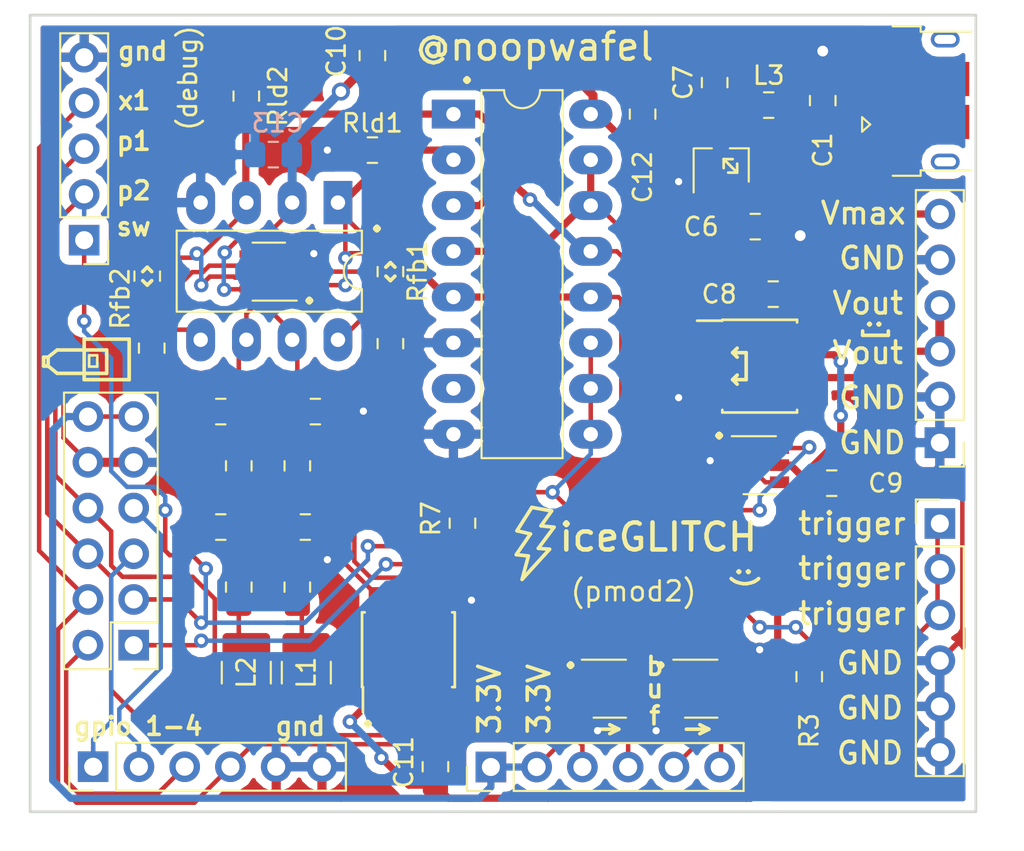
<source format=kicad_pcb>
(kicad_pcb (version 20171130) (host pcbnew 5.0.0+dfsg1-2)
  (layers (0 F.Cu signal) (31 B.Cu signal) (34 B.Paste user) (35 F.Paste user) (36 B.SilkS user) (37 F.SilkS user) (38 B.Mask user) (39 F.Mask user) (44 Edge.Cuts user))
  (net 0 "")
  (net 1 "Net-(J1-Pad6)")
  (net 2 +5V)
  (net 3 "Net-(J1-Pad2)")
  (net 4 "Net-(J1-Pad3)")
  (net 5 "Net-(J1-Pad4)")
  (net 6 GND)
  (net 7 /SWITCH_IN)
  (net 8 "Net-(L2-Pad1)")
  (net 9 /PWM_FILT2)
  (net 10 /PWM_FILT1)
  (net 11 "Net-(L1-Pad1)")
  (net 12 /POWER_OUT)
  (net 13 /PWM_IN1)
  (net 14 /PWM_IN2)
  (net 15 /TRIGGER_OUT)
  (net 16 +3V3)
  (net 17 "Net-(C1-Pad2)")
  (net 18 /GPIO1)
  (net 19 /GPIO2)
  (net 20 /GPIO3)
  (net 21 "Net-(C4-Pad1)")
  (net 22 "Net-(C2-Pad1)")
  (net 23 /BUF1_IN)
  (net 24 /BUF1_OUT)
  (net 25 /BUF2_IN)
  (net 26 /BUF2_OUT)
  (net 27 "Net-(C7-Pad2)")
  (net 28 /SDI_IN)
  (net 29 /AMPFB2)
  (net 30 /AMPOUT2)
  (net 31 /AMPOUT1)
  (net 32 /AMPFB1)
  (net 33 /POWER_PREOUT)
  (net 34 "Net-(U9-Pad1)")
  (net 35 "Net-(U9-Pad5)")
  (net 36 "Net-(U9-Pad8)")
  (module Package_SO:SOIC-8_3.9x4.9mm_P1.27mm (layer F.Cu) (at 145.75 149 90)
    (fp_text reference U3 hide)
    (fp_text value MCP4822)
    (pad 8 smd rect (at 2.7 -1.905 90) (size 1.55 0.6) (layers F.Cu F.Paste F.Mask) (net 9 /PWM_FILT2))
    (pad 7 smd rect (at 2.7 -0.635 90) (size 1.55 0.6) (layers F.Cu F.Paste F.Mask) (net 6 GND))
    (pad 6 smd rect (at 2.7 0.635 90) (size 1.55 0.6) (layers F.Cu F.Paste F.Mask) (net 10 /PWM_FILT1))
    (pad 5 smd rect (at 2.7 1.905 90) (size 1.55 0.6) (layers F.Cu F.Paste F.Mask) (net 6 GND))
    (pad 4 smd rect (at -2.7 1.905 90) (size 1.55 0.6) (layers F.Cu F.Paste F.Mask) (net 28 /SDI_IN))
    (pad 3 smd rect (at -2.7 0.635 90) (size 1.55 0.6) (layers F.Cu F.Paste F.Mask) (net 13 /PWM_IN1))
    (pad 2 smd rect (at -2.7 -0.635 90) (size 1.55 0.6) (layers F.Cu F.Paste F.Mask) (net 14 /PWM_IN2))
    (pad 1 smd rect (at -2.7 -1.905 90) (size 1.55 0.6) (layers F.Cu F.Paste F.Mask) (net 2 +5V))
  )
  (module Resistor_SMD:R_0805_2012Metric_Pad1.15x1.40mm_HandSolder (layer F.Cu) (at 131.5 132.25 90)
    (fp_text reference Rfb4 hide)
    (fp_text value 0)
    (pad 2 smd roundrect (at 1.025 0 90) (size 1.15 1.4) (layers F.Cu F.Paste F.Mask) (roundrect_rratio 0.217391) (net 29 /AMPFB2))
    (pad 1 smd roundrect (at -1.025 0 90) (size 1.15 1.4) (layers F.Cu F.Paste F.Mask) (roundrect_rratio 0.217391) (net 6 GND))
  )
  (module Resistor_SMD:R_0805_2012Metric_Pad1.15x1.40mm_HandSolder (layer F.Cu) (at 144.75 132 270)
    (fp_text reference Rfb3 hide)
    (fp_text value 0)
    (pad 1 smd roundrect (at -1.025 0 270) (size 1.15 1.4) (layers F.Cu F.Paste F.Mask) (roundrect_rratio 0.217391) (net 32 /AMPFB1))
    (pad 2 smd roundrect (at 1.025 0 270) (size 1.15 1.4) (layers F.Cu F.Paste F.Mask) (roundrect_rratio 0.217391) (net 6 GND))
  )
  (module Resistor_SMD:R_0805_2012Metric_Pad1.15x1.40mm_HandSolder (layer F.Cu) (at 144.75 128 270)
    (fp_text reference Rfb1 (at 0 -1.5 270) (layer F.SilkS))
    (fp_text value 0)
    (pad 1 smd roundrect (at -1.025 0 270) (size 1.15 1.4) (layers F.Cu F.Paste F.Mask) (roundrect_rratio 0.217391) (net 31 /AMPOUT1))
    (pad 2 smd roundrect (at 1.025 0 270) (size 1.15 1.4) (layers F.Cu F.Paste F.Mask) (roundrect_rratio 0.217391) (net 32 /AMPFB1))
  )
  (module Resistor_SMD:R_0805_2012Metric_Pad1.15x1.40mm_HandSolder (layer F.Cu) (at 143.75 121.25 180)
    (fp_text reference Rld1 (at 0 1.5 180) (layer F.SilkS))
    (fp_text value R)
    (pad 1 smd roundrect (at -1.025 0 180) (size 1.15 1.4) (layers F.Cu F.Paste F.Mask) (roundrect_rratio 0.217391) (net 31 /AMPOUT1))
    (pad 2 smd roundrect (at 1.025 0 180) (size 1.15 1.4) (layers F.Cu F.Paste F.Mask) (roundrect_rratio 0.217391) (net 6 GND))
  )
  (module Resistor_SMD:R_0805_2012Metric_Pad1.15x1.40mm_HandSolder (layer F.Cu) (at 136.75 118.25 270)
    (fp_text reference Rld2 (at 0 -1.75 270) (layer F.SilkS))
    (fp_text value R)
    (pad 2 smd roundrect (at 1.025 0 270) (size 1.15 1.4) (layers F.Cu F.Paste F.Mask) (roundrect_rratio 0.217391) (net 30 /AMPOUT2))
    (pad 1 smd roundrect (at -1.025 0 270) (size 1.15 1.4) (layers F.Cu F.Paste F.Mask) (roundrect_rratio 0.217391) (net 6 GND))
  )
  (module Resistor_SMD:R_0805_2012Metric_Pad1.15x1.40mm_HandSolder (layer F.Cu) (at 131.25 128.25 270)
    (fp_text reference Rfb2 (at 1.25 1.5 270) (layer F.SilkS))
    (fp_text value 0)
    (pad 2 smd roundrect (at 1.025 0 270) (size 1.15 1.4) (layers F.Cu F.Paste F.Mask) (roundrect_rratio 0.217391) (net 29 /AMPFB2))
    (pad 1 smd roundrect (at -1.025 0 270) (size 1.15 1.4) (layers F.Cu F.Paste F.Mask) (roundrect_rratio 0.217391) (net 30 /AMPOUT2))
  )
  (module Package_SO:SOIC-8_3.9x4.9mm_P1.27mm (layer F.Cu) (at 165.25 133.25)
    (fp_text reference U9 hide)
    (fp_text value THS4631DDA)
    (pad 1 smd rect (at -2.7 -1.905) (size 1.55 0.6) (layers F.Cu F.Paste F.Mask) (net 34 "Net-(U9-Pad1)"))
    (pad 2 smd rect (at -2.7 -0.635) (size 1.55 0.6) (layers F.Cu F.Paste F.Mask) (net 12 /POWER_OUT))
    (pad 3 smd rect (at -2.7 0.635) (size 1.55 0.6) (layers F.Cu F.Paste F.Mask) (net 33 /POWER_PREOUT))
    (pad 4 smd rect (at -2.7 1.905) (size 1.55 0.6) (layers F.Cu F.Paste F.Mask) (net 6 GND))
    (pad 5 smd rect (at 2.7 1.905) (size 1.55 0.6) (layers F.Cu F.Paste F.Mask) (net 35 "Net-(U9-Pad5)"))
    (pad 6 smd rect (at 2.7 0.635) (size 1.55 0.6) (layers F.Cu F.Paste F.Mask) (net 12 /POWER_OUT))
    (pad 7 smd rect (at 2.7 -0.635) (size 1.55 0.6) (layers F.Cu F.Paste F.Mask) (net 2 +5V))
    (pad 8 smd rect (at 2.7 -1.905) (size 1.55 0.6) (layers F.Cu F.Paste F.Mask) (net 36 "Net-(U9-Pad8)"))
  )
  (module Capacitor_SMD:C_0805_2012Metric_Pad1.15x1.40mm_HandSolder (layer B.Cu) (at 138.25 121.5)
    (fp_text reference C13 (at 0.25 -1.75) (layer B.SilkS) (effects (justify mirror)))
    (fp_text value C)
    (pad 1 smd roundrect (at -1.025 0) (size 1.15 1.4) (layers B.Cu B.Paste B.Mask) (roundrect_rratio 0.217391) (net 6 GND))
    (pad 2 smd roundrect (at 1.025 0) (size 1.15 1.4) (layers B.Cu B.Paste B.Mask) (roundrect_rratio 0.217391) (net 2 +5V))
  )
  (module Capacitor_SMD:C_0805_2012Metric_Pad1.15x1.40mm_HandSolder (layer F.Cu) (at 158.75 119.25 270)
    (fp_text reference C12 (at 3.5 0 270) (layer F.SilkS))
    (fp_text value C)
    (pad 1 smd roundrect (at -1.025 0 270) (size 1.15 1.4) (layers F.Cu F.Paste F.Mask) (roundrect_rratio 0.217391) (net 6 GND))
    (pad 2 smd roundrect (at 1.025 0 270) (size 1.15 1.4) (layers F.Cu F.Paste F.Mask) (roundrect_rratio 0.217391) (net 2 +5V))
  )
  (module Capacitor_SMD:C_0805_2012Metric_Pad1.15x1.40mm_HandSolder (layer F.Cu) (at 147.25 155.5 270)
    (fp_text reference C11 (at -0.25 1.75 270) (layer F.SilkS))
    (fp_text value C)
    (pad 2 smd roundrect (at 1.025 0 270) (size 1.15 1.4) (layers F.Cu F.Paste F.Mask) (roundrect_rratio 0.217391) (net 2 +5V))
    (pad 1 smd roundrect (at -1.025 0 270) (size 1.15 1.4) (layers F.Cu F.Paste F.Mask) (roundrect_rratio 0.217391) (net 6 GND))
  )
  (module Capacitor_SMD:C_0805_2012Metric_Pad1.15x1.40mm_HandSolder (layer F.Cu) (at 143.75 116 270)
    (fp_text reference C10 (at -0.25 2 270) (layer F.SilkS))
    (fp_text value C)
    (pad 1 smd roundrect (at -1.025 0 270) (size 1.15 1.4) (layers F.Cu F.Paste F.Mask) (roundrect_rratio 0.217391) (net 6 GND))
    (pad 2 smd roundrect (at 1.025 0 270) (size 1.15 1.4) (layers F.Cu F.Paste F.Mask) (roundrect_rratio 0.217391) (net 2 +5V))
  )
  (module Capacitor_SMD:C_0805_2012Metric_Pad1.15x1.40mm_HandSolder (layer F.Cu) (at 169.25 139.75 180)
    (fp_text reference C9 (at -3 0 180) (layer F.SilkS))
    (fp_text value C)
    (pad 1 smd roundrect (at -1.025 0 180) (size 1.15 1.4) (layers F.Cu F.Paste F.Mask) (roundrect_rratio 0.217391) (net 6 GND))
    (pad 2 smd roundrect (at 1.025 0 180) (size 1.15 1.4) (layers F.Cu F.Paste F.Mask) (roundrect_rratio 0.217391) (net 2 +5V))
  )
  (module Connector_PinHeader_2.54mm:PinHeader_1x06_P2.54mm_Vertical (layer F.Cu) (at 150.327862 155.515305 90)
    (fp_text reference J7 hide)
    (fp_text value Conn_01x04)
    (pad 1 thru_hole rect (at 0 0 90) (size 1.7 1.7) (drill 1) (layers *.Cu *.Mask) (net 16 +3V3))
    (pad 2 thru_hole oval (at 0 2.54 90) (size 1.7 1.7) (drill 1) (layers *.Cu *.Mask) (net 16 +3V3))
    (pad 3 thru_hole oval (at 0 5.08 90) (size 1.7 1.7) (drill 1) (layers *.Cu *.Mask) (net 23 /BUF1_IN))
    (pad 4 thru_hole oval (at 0 7.62 90) (size 1.7 1.7) (drill 1) (layers *.Cu *.Mask) (net 24 /BUF1_OUT))
    (pad 5 thru_hole oval (at 0 10.16 90) (size 1.7 1.7) (drill 1) (layers *.Cu *.Mask) (net 25 /BUF2_IN))
    (pad 6 thru_hole oval (at 0 12.7 90) (size 1.7 1.7) (drill 1) (layers *.Cu *.Mask) (net 26 /BUF2_OUT))
  )
  (module Connector_PinHeader_2.54mm:PinHeader_1x05_P2.54mm_Vertical (layer F.Cu) (at 127.75 126.25 180)
    (fp_text reference J5 hide)
    (fp_text value Conn_01x04)
    (pad 1 thru_hole rect (at 0 0 180) (size 1.7 1.7) (drill 1) (layers *.Cu *.Mask) (net 7 /SWITCH_IN))
    (pad 2 thru_hole oval (at 0 2.54 180) (size 1.7 1.7) (drill 1) (layers *.Cu *.Mask) (net 14 /PWM_IN2))
    (pad 3 thru_hole oval (at 0 5.08 180) (size 1.7 1.7) (drill 1) (layers *.Cu *.Mask) (net 13 /PWM_IN1))
    (pad 4 thru_hole oval (at 0 7.62 180) (size 1.7 1.7) (drill 1) (layers *.Cu *.Mask) (net 28 /SDI_IN))
    (pad 5 thru_hole oval (at 0 10.16 180) (size 1.7 1.7) (drill 1) (layers *.Cu *.Mask) (net 6 GND))
  )
  (module Capacitor_SMD:C_0805_2012Metric_Pad1.15x1.40mm_HandSolder (layer F.Cu) (at 166 129.25 180)
    (fp_text reference C8 (at 3 0 180) (layer F.SilkS))
    (fp_text value C)
    (pad 1 smd roundrect (at -1.025 0 180) (size 1.15 1.4) (layers F.Cu F.Paste F.Mask) (roundrect_rratio 0.217391) (net 6 GND))
    (pad 2 smd roundrect (at 1.025 0 180) (size 1.15 1.4) (layers F.Cu F.Paste F.Mask) (roundrect_rratio 0.217391) (net 2 +5V))
  )
  (module Package_TO_SOT_SMD:TSOT-23 (layer F.Cu) (at 163.093269 122.099926 90)
    (fp_text reference U8 hide)
    (fp_text value AP2210N-4.0)
    (pad 1 smd rect (at -1.31 -0.95 90) (size 1.22 0.65) (layers F.Cu F.Paste F.Mask) (net 6 GND))
    (pad 2 smd rect (at -1.31 0.95 90) (size 1.22 0.65) (layers F.Cu F.Paste F.Mask) (net 2 +5V))
    (pad 3 smd rect (at 1.31 0 90) (size 1.22 0.65) (layers F.Cu F.Paste F.Mask) (net 27 "Net-(C7-Pad2)"))
  )
  (module Package_TO_SOT_SMD:SOT-23-8 (layer F.Cu) (at 138 128 180)
    (fp_text reference U7 hide)
    (fp_text value MAX4232)
    (pad 1 smd rect (at -1.1 -0.98 180) (size 1.06 0.4) (layers F.Cu F.Paste F.Mask) (net 31 /AMPOUT1))
    (pad 2 smd rect (at -1.1 -0.33 180) (size 1.06 0.4) (layers F.Cu F.Paste F.Mask) (net 32 /AMPFB1))
    (pad 3 smd rect (at -1.1 0.33 180) (size 1.06 0.4) (layers F.Cu F.Paste F.Mask) (net 10 /PWM_FILT1))
    (pad 4 smd rect (at -1.1 0.98 180) (size 1.06 0.4) (layers F.Cu F.Paste F.Mask) (net 6 GND))
    (pad 5 smd rect (at 1.1 0.98 180) (size 1.06 0.4) (layers F.Cu F.Paste F.Mask) (net 9 /PWM_FILT2))
    (pad 6 smd rect (at 1.1 0.33 180) (size 1.06 0.4) (layers F.Cu F.Paste F.Mask) (net 29 /AMPFB2))
    (pad 7 smd rect (at 1.1 -0.33 180) (size 1.06 0.4) (layers F.Cu F.Paste F.Mask) (net 30 /AMPOUT2))
    (pad 8 smd rect (at 1.1 -0.98 180) (size 1.06 0.4) (layers F.Cu F.Paste F.Mask) (net 2 +5V))
  )
  (module Package_TO_SOT_SMD:SOT-23-6 (layer F.Cu) (at 162.002862 151.165305)
    (fp_text reference U6 hide)
    (fp_text value trigger)
    (pad 1 smd rect (at -1.1 -0.95) (size 1.06 0.65) (layers F.Cu F.Paste F.Mask))
    (pad 2 smd rect (at -1.1 0) (size 1.06 0.65) (layers F.Cu F.Paste F.Mask) (net 25 /BUF2_IN))
    (pad 3 smd rect (at -1.1 0.95) (size 1.06 0.65) (layers F.Cu F.Paste F.Mask) (net 6 GND))
    (pad 4 smd rect (at 1.1 0.95) (size 1.06 0.65) (layers F.Cu F.Paste F.Mask) (net 26 /BUF2_OUT))
    (pad 6 smd rect (at 1.1 -0.95) (size 1.06 0.65) (layers F.Cu F.Paste F.Mask))
    (pad 5 smd rect (at 1.1 0) (size 1.06 0.65) (layers F.Cu F.Paste F.Mask) (net 16 +3V3))
  )
  (module Package_TO_SOT_SMD:SOT-23-6 (layer F.Cu) (at 156.927862 151.165305)
    (fp_text reference U5 hide)
    (fp_text value trigger)
    (pad 1 smd rect (at -1.1 -0.95) (size 1.06 0.65) (layers F.Cu F.Paste F.Mask))
    (pad 2 smd rect (at -1.1 0) (size 1.06 0.65) (layers F.Cu F.Paste F.Mask) (net 23 /BUF1_IN))
    (pad 3 smd rect (at -1.1 0.95) (size 1.06 0.65) (layers F.Cu F.Paste F.Mask) (net 6 GND))
    (pad 4 smd rect (at 1.1 0.95) (size 1.06 0.65) (layers F.Cu F.Paste F.Mask) (net 24 /BUF1_OUT))
    (pad 6 smd rect (at 1.1 -0.95) (size 1.06 0.65) (layers F.Cu F.Paste F.Mask))
    (pad 5 smd rect (at 1.1 0) (size 1.06 0.65) (layers F.Cu F.Paste F.Mask) (net 16 +3V3))
  )
  (module Package_TO_SOT_SMD:SOT-23-6 (layer F.Cu) (at 165.25 138.75)
    (fp_text reference U4 hide)
    (fp_text value TS5A63157)
    (pad 1 smd rect (at -1.1 -0.95) (size 1.06 0.65) (layers F.Cu F.Paste F.Mask) (net 30 /AMPOUT2))
    (pad 2 smd rect (at -1.1 0) (size 1.06 0.65) (layers F.Cu F.Paste F.Mask) (net 6 GND))
    (pad 3 smd rect (at -1.1 0.95) (size 1.06 0.65) (layers F.Cu F.Paste F.Mask) (net 31 /AMPOUT1))
    (pad 4 smd rect (at 1.1 0.95) (size 1.06 0.65) (layers F.Cu F.Paste F.Mask) (net 33 /POWER_PREOUT))
    (pad 6 smd rect (at 1.1 -0.95) (size 1.06 0.65) (layers F.Cu F.Paste F.Mask) (net 7 /SWITCH_IN))
    (pad 5 smd rect (at 1.1 0) (size 1.06 0.65) (layers F.Cu F.Paste F.Mask) (net 2 +5V))
  )
  (module Capacitor_SMD:C_0805_2012Metric_Pad1.15x1.40mm_HandSolder (layer F.Cu) (at 140.582757 135.773353)
    (fp_text reference C3 hide)
    (fp_text value C)
    (pad 2 smd roundrect (at 1.025 0) (size 1.15 1.4) (layers F.Cu F.Paste F.Mask) (roundrect_rratio 0.217391) (net 6 GND))
    (pad 1 smd roundrect (at -1.025 0) (size 1.15 1.4) (layers F.Cu F.Paste F.Mask) (roundrect_rratio 0.217391) (net 10 /PWM_FILT1))
  )
  (module Capacitor_SMD:C_0805_2012Metric_Pad1.15x1.40mm_HandSolder (layer F.Cu) (at 135.332757 135.773353 180)
    (fp_text reference C5 hide)
    (fp_text value C)
    (pad 1 smd roundrect (at -1.025 0 180) (size 1.15 1.4) (layers F.Cu F.Paste F.Mask) (roundrect_rratio 0.217391) (net 9 /PWM_FILT2))
    (pad 2 smd roundrect (at 1.025 0 180) (size 1.15 1.4) (layers F.Cu F.Paste F.Mask) (roundrect_rratio 0.217391) (net 6 GND))
  )
  (module Resistor_SMD:R_0805_2012Metric_Pad1.15x1.40mm_HandSolder (layer F.Cu) (at 139.582757 138.787869 270)
    (fp_text reference R4 hide)
    (fp_text value R)
    (pad 2 smd roundrect (at 1.025 0 270) (size 1.15 1.4) (layers F.Cu F.Paste F.Mask) (roundrect_rratio 0.217391) (net 22 "Net-(C2-Pad1)"))
    (pad 1 smd roundrect (at -1.025 0 270) (size 1.15 1.4) (layers F.Cu F.Paste F.Mask) (roundrect_rratio 0.217391) (net 10 /PWM_FILT1))
  )
  (module Resistor_SMD:R_0805_2012Metric_Pad1.15x1.40mm_HandSolder (layer F.Cu) (at 136.332757 138.787869 270)
    (fp_text reference R5 hide)
    (fp_text value R)
    (pad 1 smd roundrect (at -1.025 0 270) (size 1.15 1.4) (layers F.Cu F.Paste F.Mask) (roundrect_rratio 0.217391) (net 9 /PWM_FILT2))
    (pad 2 smd roundrect (at 1.025 0 270) (size 1.15 1.4) (layers F.Cu F.Paste F.Mask) (roundrect_rratio 0.217391) (net 21 "Net-(C4-Pad1)"))
  )
  (module Connector_PinHeader_2.54mm:PinHeader_1x06_P2.54mm_Vertical (layer F.Cu) (at 128.25 155.5 90)
    (fp_text reference J6 hide)
    (fp_text value Conn_01x04)
    (pad 1 thru_hole rect (at 0 0 90) (size 1.7 1.7) (drill 1) (layers *.Cu *.Mask) (net 18 /GPIO1))
    (pad 2 thru_hole oval (at 0 2.54 90) (size 1.7 1.7) (drill 1) (layers *.Cu *.Mask) (net 19 /GPIO2))
    (pad 3 thru_hole oval (at 0 5.08 90) (size 1.7 1.7) (drill 1) (layers *.Cu *.Mask) (net 20 /GPIO3))
    (pad 4 thru_hole oval (at 0 7.62 90) (size 1.7 1.7) (drill 1) (layers *.Cu *.Mask) (net 28 /SDI_IN))
    (pad 5 thru_hole oval (at 0 10.16 90) (size 1.7 1.7) (drill 1) (layers *.Cu *.Mask) (net 6 GND))
    (pad 6 thru_hole oval (at 0 12.7 90) (size 1.7 1.7) (drill 1) (layers *.Cu *.Mask) (net 6 GND))
  )
  (module Inductor_SMD:L_0805_2012Metric_Pad1.15x1.40mm_HandSolder (layer F.Cu) (at 165.75 118.75)
    (fp_text reference L3 (at 0 -1.65) (layer F.SilkS))
    (fp_text value Ferrite_Bead_Small)
    (pad 1 smd roundrect (at -1.025 0) (size 1.15 1.4) (layers F.Cu F.Paste F.Mask) (roundrect_rratio 0.217391) (net 27 "Net-(C7-Pad2)"))
    (pad 2 smd roundrect (at 1.025 0) (size 1.15 1.4) (layers F.Cu F.Paste F.Mask) (roundrect_rratio 0.217391) (net 17 "Net-(C1-Pad2)"))
  )
  (module Capacitor_SMD:C_0805_2012Metric_Pad1.15x1.40mm_HandSolder (layer F.Cu) (at 162.75 117.5 270)
    (fp_text reference C7 (at 0 1.75 270) (layer F.SilkS))
    (fp_text value C)
    (pad 1 smd roundrect (at -1.025 0 270) (size 1.15 1.4) (layers F.Cu F.Paste F.Mask) (roundrect_rratio 0.217391) (net 6 GND))
    (pad 2 smd roundrect (at 1.025 0 270) (size 1.15 1.4) (layers F.Cu F.Paste F.Mask) (roundrect_rratio 0.217391) (net 27 "Net-(C7-Pad2)"))
  )
  (module Resistor_SMD:R_0805_2012Metric_Pad1.15x1.40mm_HandSolder (layer F.Cu) (at 168 150.5 90)
    (fp_text reference R3 (at -3 0 90) (layer F.SilkS))
    (fp_text value R)
    (pad 1 smd roundrect (at -1.025 0 90) (size 1.15 1.4) (layers F.Cu F.Paste F.Mask) (roundrect_rratio 0.217391) (net 6 GND))
    (pad 2 smd roundrect (at 1.025 0 90) (size 1.15 1.4) (layers F.Cu F.Paste F.Mask) (roundrect_rratio 0.217391) (net 15 /TRIGGER_OUT))
  )
  (module Connector_PinHeader_2.54mm:PinHeader_1x06_P2.54mm_Vertical (layer F.Cu) (at 175.25 137.5 180)
    (fp_text reference J3 hide)
    (fp_text value Conn_01x04)
    (pad 1 thru_hole rect (at 0 0 180) (size 1.7 1.7) (drill 1) (layers *.Cu *.Mask) (net 6 GND))
    (pad 2 thru_hole oval (at 0 2.54 180) (size 1.7 1.7) (drill 1) (layers *.Cu *.Mask) (net 6 GND))
    (pad 3 thru_hole oval (at 0 5.08 180) (size 1.7 1.7) (drill 1) (layers *.Cu *.Mask) (net 12 /POWER_OUT))
    (pad 4 thru_hole oval (at 0 7.62 180) (size 1.7 1.7) (drill 1) (layers *.Cu *.Mask) (net 12 /POWER_OUT))
    (pad 5 thru_hole oval (at 0 10.16 180) (size 1.7 1.7) (drill 1) (layers *.Cu *.Mask) (net 6 GND))
    (pad 6 thru_hole oval (at 0 12.7 180) (size 1.7 1.7) (drill 1) (layers *.Cu *.Mask) (net 2 +5V))
  )
  (module Connector_PinHeader_2.54mm:PinHeader_1x06_P2.54mm_Vertical (layer F.Cu) (at 175.25 141.989415)
    (fp_text reference J4 hide)
    (fp_text value Conn_01x04)
    (pad 6 thru_hole oval (at 0 12.7) (size 1.7 1.7) (drill 1) (layers *.Cu *.Mask) (net 6 GND))
    (pad 5 thru_hole oval (at 0 10.16) (size 1.7 1.7) (drill 1) (layers *.Cu *.Mask) (net 6 GND))
    (pad 4 thru_hole oval (at 0 7.62) (size 1.7 1.7) (drill 1) (layers *.Cu *.Mask) (net 6 GND))
    (pad 3 thru_hole oval (at 0 5.08) (size 1.7 1.7) (drill 1) (layers *.Cu *.Mask) (net 15 /TRIGGER_OUT))
    (pad 2 thru_hole oval (at 0 2.54) (size 1.7 1.7) (drill 1) (layers *.Cu *.Mask) (net 15 /TRIGGER_OUT))
    (pad 1 thru_hole rect (at 0 0) (size 1.7 1.7) (drill 1) (layers *.Cu *.Mask) (net 15 /TRIGGER_OUT))
  )
  (module Capacitor_SMD:C_0805_2012Metric_Pad1.15x1.40mm_HandSolder (layer F.Cu) (at 140.025 142.187017)
    (fp_text reference C2 hide)
    (fp_text value C)
    (pad 2 smd roundrect (at 1.025 0) (size 1.15 1.4) (layers F.Cu F.Paste F.Mask) (roundrect_rratio 0.217391) (net 6 GND))
    (pad 1 smd roundrect (at -1.025 0) (size 1.15 1.4) (layers F.Cu F.Paste F.Mask) (roundrect_rratio 0.217391) (net 22 "Net-(C2-Pad1)"))
  )
  (module Capacitor_SMD:C_0805_2012Metric_Pad1.15x1.40mm_HandSolder (layer F.Cu) (at 135.332154 142.187017 180)
    (fp_text reference C4 hide)
    (fp_text value C)
    (pad 1 smd roundrect (at -1.025 0 180) (size 1.15 1.4) (layers F.Cu F.Paste F.Mask) (roundrect_rratio 0.217391) (net 21 "Net-(C4-Pad1)"))
    (pad 2 smd roundrect (at 1.025 0 180) (size 1.15 1.4) (layers F.Cu F.Paste F.Mask) (roundrect_rratio 0.217391) (net 6 GND))
  )
  (module Capacitor_SMD:C_0805_2012Metric_Pad1.15x1.40mm_HandSolder (layer F.Cu) (at 165 125.5 180)
    (fp_text reference C6 (at 3 0 180) (layer F.SilkS))
    (fp_text value C)
    (pad 2 smd roundrect (at 1.025 0 180) (size 1.15 1.4) (layers F.Cu F.Paste F.Mask) (roundrect_rratio 0.217391) (net 2 +5V))
    (pad 1 smd roundrect (at -1.025 0 180) (size 1.15 1.4) (layers F.Cu F.Paste F.Mask) (roundrect_rratio 0.217391) (net 6 GND))
  )
  (module Capacitor_SMD:C_0805_2012Metric_Pad1.15x1.40mm_HandSolder (layer F.Cu) (at 168.75 118.5 270)
    (fp_text reference C1 (at 2.75 0 270) (layer F.SilkS))
    (fp_text value C)
    (pad 1 smd roundrect (at -1.025 0 270) (size 1.15 1.4) (layers F.Cu F.Paste F.Mask) (roundrect_rratio 0.217391) (net 6 GND))
    (pad 2 smd roundrect (at 1.025 0 270) (size 1.15 1.4) (layers F.Cu F.Paste F.Mask) (roundrect_rratio 0.217391) (net 17 "Net-(C1-Pad2)"))
  )
  (module Connector_PinHeader_2.54mm:PinHeader_2x06_P2.54mm_Vertical (layer F.Cu) (at 130.5 148.75 180)
    (fp_text reference J2 hide)
    (fp_text value PMOD)
    (pad 1 thru_hole rect (at 0 0 180) (size 1.7 1.7) (drill 1) (layers *.Cu *.Mask) (net 15 /TRIGGER_OUT))
    (pad 7 thru_hole oval (at 2.54 0 180) (size 1.7 1.7) (drill 1) (layers *.Cu *.Mask) (net 20 /GPIO3))
    (pad 2 thru_hole oval (at 0 2.54 180) (size 1.7 1.7) (drill 1) (layers *.Cu *.Mask) (net 7 /SWITCH_IN))
    (pad 8 thru_hole oval (at 2.54 2.54 180) (size 1.7 1.7) (drill 1) (layers *.Cu *.Mask) (net 28 /SDI_IN))
    (pad 3 thru_hole oval (at 0 5.08 180) (size 1.7 1.7) (drill 1) (layers *.Cu *.Mask) (net 18 /GPIO1))
    (pad 9 thru_hole oval (at 2.54 5.08 180) (size 1.7 1.7) (drill 1) (layers *.Cu *.Mask) (net 13 /PWM_IN1))
    (pad 4 thru_hole oval (at 0 7.62 180) (size 1.7 1.7) (drill 1) (layers *.Cu *.Mask) (net 19 /GPIO2))
    (pad 10 thru_hole oval (at 2.54 7.62 180) (size 1.7 1.7) (drill 1) (layers *.Cu *.Mask) (net 14 /PWM_IN2))
    (pad 5 thru_hole oval (at 0 10.16 180) (size 1.7 1.7) (drill 1) (layers *.Cu *.Mask) (net 6 GND))
    (pad 11 thru_hole oval (at 2.54 10.16 180) (size 1.7 1.7) (drill 1) (layers *.Cu *.Mask) (net 6 GND))
    (pad 6 thru_hole oval (at 0 12.7 180) (size 1.7 1.7) (drill 1) (layers *.Cu *.Mask) (net 16 +3V3))
    (pad 12 thru_hole oval (at 2.54 12.7 180) (size 1.7 1.7) (drill 1) (layers *.Cu *.Mask) (net 16 +3V3))
  )
  (module Inductor_SMD:L_1210_3225Metric_Pad1.42x2.65mm_HandSolder (layer F.Cu) (at 136.75 150.272988 270)
    (fp_text reference L2 (at 0 0 270) (layer F.SilkS))
    (fp_text value L)
    (pad 2 smd roundrect (at 1.4875 0 270) (size 1.425 2.65) (layers F.Cu F.Paste F.Mask) (roundrect_rratio 0.175439) (net 14 /PWM_IN2))
    (pad 1 smd roundrect (at -1.4875 0 270) (size 1.425 2.65) (layers F.Cu F.Paste F.Mask) (roundrect_rratio 0.175439) (net 8 "Net-(L2-Pad1)"))
  )
  (module Inductor_SMD:L_1210_3225Metric_Pad1.42x2.65mm_HandSolder (layer F.Cu) (at 140.082154 150.272988 270)
    (fp_text reference L1 (at 0 0 270) (layer F.SilkS))
    (fp_text value L)
    (pad 1 smd roundrect (at -1.4875 0 270) (size 1.425 2.65) (layers F.Cu F.Paste F.Mask) (roundrect_rratio 0.175439) (net 11 "Net-(L1-Pad1)"))
    (pad 2 smd roundrect (at 1.4875 0 270) (size 1.425 2.65) (layers F.Cu F.Paste F.Mask) (roundrect_rratio 0.175439) (net 13 /PWM_IN1))
  )
  (module Package_DIP:DIP-16_W7.62mm_LongPads (layer F.Cu) (at 148.25 119.25)
    (fp_text reference U2 hide)
    (fp_text value MAX4619)
    (pad 1 thru_hole rect (at 0 0) (size 2.4 1.6) (drill 0.8) (layers *.Cu *.Mask) (net 30 /AMPOUT2))
    (pad 9 thru_hole oval (at 7.62 17.78) (size 2.4 1.6) (drill 0.8) (layers *.Cu *.Mask) (net 7 /SWITCH_IN))
    (pad 2 thru_hole oval (at 0 2.54) (size 2.4 1.6) (drill 0.8) (layers *.Cu *.Mask) (net 31 /AMPOUT1))
    (pad 10 thru_hole oval (at 7.62 15.24) (size 2.4 1.6) (drill 0.8) (layers *.Cu *.Mask) (net 7 /SWITCH_IN))
    (pad 3 thru_hole oval (at 0 5.08) (size 2.4 1.6) (drill 0.8) (layers *.Cu *.Mask) (net 30 /AMPOUT2))
    (pad 11 thru_hole oval (at 7.62 12.7) (size 2.4 1.6) (drill 0.8) (layers *.Cu *.Mask) (net 7 /SWITCH_IN))
    (pad 4 thru_hole oval (at 0 7.62) (size 2.4 1.6) (drill 0.8) (layers *.Cu *.Mask) (net 33 /POWER_PREOUT))
    (pad 12 thru_hole oval (at 7.62 10.16) (size 2.4 1.6) (drill 0.8) (layers *.Cu *.Mask) (net 31 /AMPOUT1))
    (pad 5 thru_hole oval (at 0 10.16) (size 2.4 1.6) (drill 0.8) (layers *.Cu *.Mask) (net 31 /AMPOUT1))
    (pad 13 thru_hole oval (at 7.62 7.62) (size 2.4 1.6) (drill 0.8) (layers *.Cu *.Mask) (net 30 /AMPOUT2))
    (pad 6 thru_hole oval (at 0 12.7) (size 2.4 1.6) (drill 0.8) (layers *.Cu *.Mask) (net 6 GND))
    (pad 14 thru_hole oval (at 7.62 5.08) (size 2.4 1.6) (drill 0.8) (layers *.Cu *.Mask) (net 33 /POWER_PREOUT))
    (pad 7 thru_hole oval (at 0 15.24) (size 2.4 1.6) (drill 0.8) (layers *.Cu *.Mask))
    (pad 15 thru_hole oval (at 7.62 2.54) (size 2.4 1.6) (drill 0.8) (layers *.Cu *.Mask) (net 33 /POWER_PREOUT))
    (pad 8 thru_hole oval (at 0 17.78) (size 2.4 1.6) (drill 0.8) (layers *.Cu *.Mask) (net 6 GND))
    (pad 16 thru_hole oval (at 7.62 0) (size 2.4 1.6) (drill 0.8) (layers *.Cu *.Mask) (net 2 +5V))
  )
  (module Package_DIP:DIP-8_W7.62mm_LongPads (layer F.Cu) (at 141.836336 124.164029 270)
    (fp_text reference U1 hide)
    (fp_text value L272M)
    (pad 1 thru_hole rect (at 0 0 270) (size 2.4 1.6) (drill 0.8) (layers *.Cu *.Mask) (net 31 /AMPOUT1))
    (pad 5 thru_hole oval (at 7.62 7.62 270) (size 2.4 1.6) (drill 0.8) (layers *.Cu *.Mask) (net 29 /AMPFB2))
    (pad 2 thru_hole oval (at 0 2.54 270) (size 2.4 1.6) (drill 0.8) (layers *.Cu *.Mask) (net 2 +5V))
    (pad 6 thru_hole oval (at 7.62 5.08 270) (size 2.4 1.6) (drill 0.8) (layers *.Cu *.Mask) (net 9 /PWM_FILT2))
    (pad 3 thru_hole oval (at 0 5.08 270) (size 2.4 1.6) (drill 0.8) (layers *.Cu *.Mask) (net 30 /AMPOUT2))
    (pad 7 thru_hole oval (at 7.62 2.54 270) (size 2.4 1.6) (drill 0.8) (layers *.Cu *.Mask) (net 10 /PWM_FILT1))
    (pad 4 thru_hole oval (at 0 7.62 270) (size 2.4 1.6) (drill 0.8) (layers *.Cu *.Mask) (net 6 GND))
    (pad 8 thru_hole oval (at 7.62 0 270) (size 2.4 1.6) (drill 0.8) (layers *.Cu *.Mask) (net 32 /AMPFB1))
  )
  (module Resistor_SMD:R_0805_2012Metric_Pad1.15x1.40mm_HandSolder (layer F.Cu) (at 139.582154 145.522988 270)
    (fp_text reference R1 hide)
    (fp_text value R)
    (pad 1 smd roundrect (at -1.025 0 270) (size 1.15 1.4) (layers F.Cu F.Paste F.Mask) (roundrect_rratio 0.217391) (net 22 "Net-(C2-Pad1)"))
    (pad 2 smd roundrect (at 1.025 0 270) (size 1.15 1.4) (layers F.Cu F.Paste F.Mask) (roundrect_rratio 0.217391) (net 11 "Net-(L1-Pad1)"))
  )
  (module Resistor_SMD:R_0805_2012Metric_Pad1.15x1.40mm_HandSolder (layer F.Cu) (at 136.332154 145.522988 270)
    (fp_text reference R2 hide)
    (fp_text value R)
    (pad 2 smd roundrect (at 1.025 0 270) (size 1.15 1.4) (layers F.Cu F.Paste F.Mask) (roundrect_rratio 0.217391) (net 8 "Net-(L2-Pad1)"))
    (pad 1 smd roundrect (at -1.025 0 270) (size 1.15 1.4) (layers F.Cu F.Paste F.Mask) (roundrect_rratio 0.217391) (net 21 "Net-(C4-Pad1)"))
  )
  (module Resistor_SMD:R_0805_2012Metric_Pad1.15x1.40mm_HandSolder (layer F.Cu) (at 148.75 141.975 270)
    (fp_text reference R7 (at -0.25 1.75 270) (layer F.SilkS))
    (fp_text value R)
    (pad 1 smd roundrect (at -1.025 0 270) (size 1.15 1.4) (layers F.Cu F.Paste F.Mask) (roundrect_rratio 0.217391) (net 6 GND))
    (pad 2 smd roundrect (at 1.025 0 270) (size 1.15 1.4) (layers F.Cu F.Paste F.Mask) (roundrect_rratio 0.217391) (net 7 /SWITCH_IN))
  )
  (module custom:USB_Micro-B_Amphenol_hax (layer F.Cu) (at 174.25 118.5 90)
    (fp_text reference J1 hide)
    (fp_text value USB_B_Micro)
    (pad 6 smd rect (at -3 -1.865 90) (size 2 1.5) (layers F.Cu F.Paste F.Mask) (net 1 "Net-(J1-Pad6)"))
    (pad 6 smd rect (at 3 -1.885 90) (size 2 1.5) (layers F.Cu F.Paste F.Mask) (net 1 "Net-(J1-Pad6)"))
    (pad 1 smd rect (at -1.325 -1.765 180) (size 1.65 0.4) (layers F.Cu F.Paste F.Mask) (net 17 "Net-(C1-Pad2)"))
    (pad 2 smd rect (at -0.675 -1.765 180) (size 1.65 0.4) (layers F.Cu F.Paste F.Mask) (net 3 "Net-(J1-Pad2)"))
    (pad 3 smd rect (at -0.025 -1.765 180) (size 1.65 0.4) (layers F.Cu F.Paste F.Mask) (net 4 "Net-(J1-Pad3)"))
    (pad 4 smd rect (at 0.625 -1.765 180) (size 1.65 0.4) (layers F.Cu F.Paste F.Mask) (net 5 "Net-(J1-Pad4)"))
    (pad 5 smd rect (at 1.275 -1.765 180) (size 1.65 0.4) (layers F.Cu F.Paste F.Mask) (net 6 GND))
    (pad 6 thru_hole oval (at -3.4 1.3 180) (size 1.6 0.9) (drill oval 1.2 0.5) (layers *.Cu *.Mask) (net 1 "Net-(J1-Pad6)"))
    (pad 6 thru_hole oval (at 3.4 1.3 180) (size 1.6 0.9) (drill oval 1.2 0.5) (layers *.Cu *.Mask) (net 1 "Net-(J1-Pad6)"))
    (pad 6 smd rect (at -1.185 1.385 180) (size 2.5 1.9) (layers F.Cu F.Paste F.Mask) (net 1 "Net-(J1-Pad6)"))
    (pad 6 smd rect (at 1.2 1.385 180) (size 2.5 1.9) (layers F.Cu F.Paste F.Mask) (net 1 "Net-(J1-Pad6)"))
  )
  (gr_text gnd (at 139.75 153.25) (layer F.SilkS) (effects (font (size 1 1) (thickness 0.2))))
  (gr_line (start 130.25 134) (end 128.25 134) (layer F.SilkS) (width 0.2))
  (gr_line (start 130.25 131.75) (end 130.25 134) (layer F.SilkS) (width 0.2))
  (gr_line (start 128.25 131.75) (end 130.25 131.75) (layer F.SilkS) (width 0.2))
  (gr_line (start 164 122.5) (end 163.25 121.75) (layer F.SilkS) (width 0.15))
  (gr_line (start 164 122.5) (end 164 122) (layer F.SilkS) (width 0.15))
  (gr_line (start 164 122.5) (end 163.5 122.5) (layer F.SilkS) (width 0.15))
  (gr_line (start 163.25 122.25) (end 163.25 121.75) (layer F.SilkS) (width 0.15))
  (gr_line (start 163.25 121.75) (end 163.75 121.75) (layer F.SilkS) (width 0.15))
  (gr_line (start 131.25 128.75) (end 131.5 128.5) (layer F.SilkS) (width 0.2))
  (gr_line (start 131 128.5) (end 131.25 128.75) (layer F.SilkS) (width 0.2))
  (gr_line (start 131.25 127.75) (end 131.5 128) (layer F.SilkS) (width 0.2))
  (gr_line (start 131 128) (end 131.25 127.75) (layer F.SilkS) (width 0.2))
  (gr_line (start 144.75 128.5) (end 145 128.25) (layer F.SilkS) (width 0.2))
  (gr_line (start 144.5 128.25) (end 144.75 128.5) (layer F.SilkS) (width 0.2))
  (gr_line (start 144.75 127.5) (end 145 127.75) (layer F.SilkS) (width 0.2))
  (gr_line (start 144.5 127.75) (end 144.75 127.5) (layer F.SilkS) (width 0.2))
  (gr_line (start 144.75 127.5) (end 144.5 127.75) (layer F.SilkS) (width 0.2))
  (gr_line (start 163.75 134) (end 164 134.25) (layer F.SilkS) (width 0.2))
  (gr_line (start 164 133.75) (end 163.75 134) (layer F.SilkS) (width 0.2))
  (gr_line (start 163.75 134) (end 164 133.75) (layer F.SilkS) (width 0.2))
  (gr_line (start 163.75 132.5) (end 164 132.75) (layer F.SilkS) (width 0.2))
  (gr_line (start 163.75 132.5) (end 164 132.25) (layer F.SilkS) (width 0.2))
  (gr_line (start 164.5 132.5) (end 163.75 132.5) (layer F.SilkS) (width 0.2))
  (gr_line (start 164.5 134) (end 164.5 132.5) (layer F.SilkS) (width 0.2))
  (gr_line (start 163.75 134) (end 164.5 134) (layer F.SilkS) (width 0.2))
  (gr_text . (at 163 136.5) (layer F.SilkS) (effects (font (size 1.5 1.5) (thickness 0.3)) (justify mirror)))
  (gr_text . (at 159.75 149.25) (layer F.SilkS) (effects (font (size 1.5 1.5) (thickness 0.3)) (justify mirror)))
  (gr_text . (at 154.75 149.25) (layer F.SilkS) (effects (font (size 1.5 1.5) (thickness 0.3)) (justify mirror)))
  (gr_text . (at 143.5 152.5) (layer F.SilkS) (effects (font (size 1.5 1.5) (thickness 0.3)) (justify mirror)))
  (gr_text . (at 140.25 129) (layer F.SilkS) (effects (font (size 1.5 1.5) (thickness 0.3)) (justify mirror)))
  (gr_text 3.3V (at 150.25 151.75 90) (layer F.SilkS) (effects (font (size 1.2 1.2) (thickness 0.2))))
  (gr_text 3.3V (at 153 151.75 90) (layer F.SilkS) (effects (font (size 1.2 1.2) (thickness 0.2))))
  (gr_line (start 177.25 158) (end 124.75 158) (layer Edge.Cuts) (width 0.15))
  (gr_line (start 177.25 113.75) (end 177.25 158) (layer Edge.Cuts) (width 0.15))
  (gr_line (start 172 113.75) (end 177.25 113.75) (layer Edge.Cuts) (width 0.15))
  (gr_line (start 129 133.65) (end 129 132.35) (layer F.SilkS) (width 0.2))
  (gr_line (start 126.25 133.65) (end 125.7 133.2) (layer F.SilkS) (width 0.2))
  (gr_line (start 125.75 132.75) (end 126.25 132.35) (layer F.SilkS) (width 0.2))
  (gr_line (start 128.475 133.275) (end 128.025 133.275) (layer F.SilkS) (width 0.15))
  (gr_line (start 128.025 132.65) (end 128.025 133.275) (layer F.SilkS) (width 0.15))
  (gr_line (start 128.475 132.65) (end 128.475 133.275) (layer F.SilkS) (width 0.15))
  (gr_line (start 128.475 132.65) (end 128.05 132.65) (layer F.SilkS) (width 0.15))
  (gr_line (start 128 131.75) (end 127.75 131.75) (layer F.SilkS) (width 0.2))
  (gr_line (start 128 134) (end 127.75 134) (layer F.SilkS) (width 0.2))
  (gr_line (start 128 134) (end 128.25 134) (layer F.SilkS) (width 0.2))
  (gr_line (start 128 131.75) (end 128.25 131.75) (layer F.SilkS) (width 0.2))
  (gr_line (start 127.75 131.75) (end 127.75 134) (layer F.SilkS) (width 0.2))
  (gr_line (start 130.25 134) (end 130.25 131.75) (layer F.SilkS) (width 0.2))
  (gr_line (start 125.5 133.25) (end 125.75 133.25) (layer F.SilkS) (width 0.2))
  (gr_line (start 125.5 132.75) (end 125.5 133.25) (layer F.SilkS) (width 0.2))
  (gr_line (start 125.75 132.75) (end 125.5 132.75) (layer F.SilkS) (width 0.2))
  (gr_line (start 129 132.35) (end 126.25 132.35) (layer F.SilkS) (width 0.2))
  (gr_line (start 126.25 133.65) (end 129 133.65) (layer F.SilkS) (width 0.2))
  (gr_line (start 125.75 132.75) (end 125.75 133.25) (layer F.SilkS) (width 0.2))
  (gr_text :] (at 171.75 131.25 270) (layer F.SilkS) (effects (font (size 1 1) (thickness 0.2))))
  (gr_text ":)" (at 164.5 145 270) (layer F.SilkS) (effects (font (size 1 1) (thickness 0.2))))
  (gr_line (start 124.75 157.25) (end 124.75 154.75) (layer Edge.Cuts) (width 0.15))
  (gr_line (start 124.75 113.75) (end 128 113.75) (layer Edge.Cuts) (width 0.15))
  (gr_line (start 124.75 118) (end 124.75 113.75) (layer Edge.Cuts) (width 0.15))
  (gr_line (start 124.75 158) (end 124.75 157.25) (layer Edge.Cuts) (width 0.15))
  (gr_text "gpio 1-4" (at 130.75 153.25) (layer F.SilkS) (effects (font (size 1 1) (thickness 0.2))))
  (gr_text x1 (at 130.525 118.5) (layer F.SilkS) (effects (font (size 1 1) (thickness 0.2))))
  (gr_text f (at 159.427862 152.665305) (layer F.SilkS) (effects (font (size 1 1) (thickness 0.2))))
  (gr_text u (at 159.427862 151.165305) (layer F.SilkS) (effects (font (size 1 1) (thickness 0.2))))
  (gr_text b (at 159.427862 149.915305) (layer F.SilkS) (effects (font (size 1 1) (thickness 0.2))))
  (gr_line (start 161.177862 153.415305) (end 162.427862 153.415305) (layer F.SilkS) (width 0.2))
  (gr_line (start 162.427862 153.415305) (end 161.927862 153.165305) (layer F.SilkS) (width 0.2))
  (gr_line (start 162.427862 153.415305) (end 161.927862 153.665305) (layer F.SilkS) (width 0.2))
  (gr_line (start 157.427862 153.415305) (end 156.927862 153.665305) (layer F.SilkS) (width 0.2))
  (gr_line (start 157.427862 153.415305) (end 156.927862 153.165305) (layer F.SilkS) (width 0.2))
  (gr_line (start 156.177862 153.415305) (end 157.427862 153.415305) (layer F.SilkS) (width 0.2))
  (gr_line (start 151.775332 142.39354) (end 152.600332 141.09354) (layer F.SilkS) (width 0.2))
  (gr_line (start 152.525332 142.56854) (end 151.775332 142.39354) (layer F.SilkS) (width 0.2))
  (gr_line (start 151.735012 143.71958) (end 152.525332 142.56854) (layer F.SilkS) (width 0.2))
  (gr_line (start 152.410012 143.79458) (end 151.735012 143.71958) (layer F.SilkS) (width 0.2))
  (gr_line (start 152.060012 145.09458) (end 152.410012 143.79458) (layer F.SilkS) (width 0.2))
  (gr_line (start 153.585012 143.41958) (end 152.060012 145.09458) (layer F.SilkS) (width 0.2))
  (gr_line (start 152.960012 143.36958) (end 153.585012 143.41958) (layer F.SilkS) (width 0.2))
  (gr_line (start 153.835012 142.19458) (end 152.960012 143.36958) (layer F.SilkS) (width 0.2))
  (gr_line (start 153.110012 142.11958) (end 153.835012 142.19458) (layer F.SilkS) (width 0.2))
  (gr_line (start 153.700332 141.29354) (end 153.110012 142.11958) (layer F.SilkS) (width 0.2))
  (gr_line (start 152.600332 141.09354) (end 153.700332 141.29354) (layer F.SilkS) (width 0.2))
  (gr_text . (at 149 116.75) (layer F.SilkS) (effects (font (size 1.5 1.5) (thickness 0.3)) (justify mirror)))
  (gr_text . (at 144 125) (layer F.SilkS) (effects (font (size 1.5 1.5) (thickness 0.3)) (justify mirror)))
  (gr_text "(debug)" (at 133.5 117.25 90) (layer F.SilkS) (effects (font (size 1 1))))
  (gr_text gnd (at 131 115.75) (layer F.SilkS) (effects (font (size 1 1) (thickness 0.2))))
  (gr_text p1 (at 130.5 120.75) (layer F.SilkS) (effects (font (size 1 1) (thickness 0.2))))
  (gr_text p2 (at 130.5 123.5) (layer F.SilkS) (effects (font (size 1 1) (thickness 0.2))))
  (gr_text sw (at 130.5 125.5) (layer F.SilkS) (effects (font (size 1 1) (thickness 0.2))))
  (gr_text "(pmod2)" (at 158.25 145.75) (layer F.SilkS) (effects (font (size 1.1 1.1))))
  (gr_text iceGLITCH (at 165.25 142.75) (layer F.SilkS) (effects (font (size 1.5 1.5) (thickness 0.25)) (justify right)))
  (gr_text @noopwafel (at 152.75 115.5) (layer F.SilkS) (effects (font (size 1.5 1.5) (thickness 0.22))))
  (gr_text trigger (at 170.373803 141.989415) (layer F.SilkS) (effects (font (size 1.2 1.2) (thickness 0.2))))
  (gr_text trigger (at 170.373803 144.489415) (layer F.SilkS) (effects (font (size 1.2 1.2) (thickness 0.2))))
  (gr_text trigger (at 170.373803 146.989415) (layer F.SilkS) (effects (font (size 1.2 1.2) (thickness 0.2))))
  (gr_text GND (at 171.373803 149.739415) (layer F.SilkS) (effects (font (size 1.2 1.2) (thickness 0.2))))
  (gr_text GND (at 171.373803 152.239415) (layer F.SilkS) (effects (font (size 1.2 1.2) (thickness 0.2))))
  (gr_text GND (at 171.373803 154.739415) (layer F.SilkS) (effects (font (size 1.2 1.2) (thickness 0.2))))
  (gr_line (start 124.75 118) (end 124.75 154.75) (layer Edge.Cuts) (width 0.15))
  (gr_line (start 172 113.75) (end 128 113.75) (layer Edge.Cuts) (width 0.15))
  (gr_text Vout (at 171.25 132.5) (layer F.SilkS) (effects (font (size 1.2 1.2) (thickness 0.2))))
  (gr_text Vout (at 171.25 129.75) (layer F.SilkS) (effects (font (size 1.2 1.2) (thickness 0.2))))
  (gr_text GND (at 171.5 135) (layer F.SilkS) (effects (font (size 1.2 1.2) (thickness 0.2))))
  (gr_text GND (at 171.5 137.5) (layer F.SilkS) (effects (font (size 1.2 1.2) (thickness 0.2))))
  (gr_text GND (at 171.5 127.25) (layer F.SilkS) (effects (font (size 1.2 1.2) (thickness 0.2))))
  (gr_text Vmax (at 171 124.75) (layer F.SilkS) (effects (font (size 1.2 1.2) (thickness 0.2))))
  (segment (start 139.296336 124.164029) (end 139.296336 120.703664) (width 0.5) (layer B.Cu) (net 2))
  (via (at 142 118) (size 1) (drill 0.6) (layers F.Cu B.Cu) (net 2))
  (segment (start 156 118.25) (end 156 119.3) (width 0.5) (layer F.Cu) (net 2))
  (segment (start 155.05 117.25) (end 156 118.2) (width 0.5) (layer F.Cu) (net 2))
  (segment (start 164.118269 123.599926) (end 164.118269 125.599926) (width 0.4) (layer F.Cu) (net 2))
  (segment (start 142.75 117.25) (end 142 118) (width 0.5) (layer F.Cu) (net 2))
  (segment (start 155.05 117.25) (end 142.75 117.25) (width 0.5) (layer F.Cu) (net 2))
  (segment (start 139.296336 120.703664) (end 142 118) (width 0.5) (layer B.Cu) (net 2))
  (segment (start 139.296336 124.164029) (end 139.296336 124.564029) (width 0.25) (layer B.Cu) (net 2))
  (segment (start 136.9 128.98) (end 135.52 128.98) (width 0.25) (layer F.Cu) (net 2))
  (via (at 135.52 129) (size 0.8) (drill 0.4) (layers F.Cu B.Cu) (net 2))
  (segment (start 135.52 128.98) (end 135.5 129) (width 0.25) (layer F.Cu) (net 2))
  (via (at 135.551169 126.945) (size 0.8) (drill 0.4) (layers F.Cu B.Cu) (net 2))
  (segment (start 135.5 129) (end 135.5 126.996169) (width 0.25) (layer B.Cu) (net 2))
  (segment (start 135.5 126.996169) (end 135.551169 126.945) (width 0.25) (layer B.Cu) (net 2))
  (segment (start 139.296336 124.564029) (end 139.296336 124.164029) (width 0.25) (layer F.Cu) (net 2))
  (segment (start 135.551169 126.945) (end 136.246169 126.25) (width 0.25) (layer F.Cu) (net 2))
  (segment (start 137.610365 126.25) (end 138.360365 125.5) (width 0.25) (layer F.Cu) (net 2))
  (segment (start 138.171326 125.689039) (end 138.360365 125.5) (width 0.25) (layer F.Cu) (net 2))
  (segment (start 136.246169 126.25) (end 137.610365 126.25) (width 0.25) (layer F.Cu) (net 2))
  (segment (start 138.360365 125.5) (end 139.296336 124.564029) (width 0.25) (layer F.Cu) (net 2))
  (segment (start 175.25 124.8) (end 171.05 124.8) (width 0.4) (layer F.Cu) (net 2))
  (segment (start 169.659926 123.409926) (end 171.05 124.8) (width 0.4) (layer F.Cu) (net 2))
  (segment (start 164.043269 123.409926) (end 169.659926 123.409926) (width 0.4) (layer F.Cu) (net 2))
  (segment (start 163.975 125.5) (end 161.5 125.5) (width 0.4) (layer F.Cu) (net 2))
  (segment (start 158.5 122.5) (end 161.5 125.5) (width 0.4) (layer F.Cu) (net 2))
  (segment (start 158.5 120.43) (end 158.5 122.5) (width 0.4) (layer F.Cu) (net 2))
  (via (at 142.5 153) (size 0.8) (drill 0.4) (layers F.Cu B.Cu) (net 2))
  (segment (start 143.845 151.95) (end 143.55 151.95) (width 0.25) (layer F.Cu) (net 2))
  (segment (start 143.55 151.95) (end 142.5 153) (width 0.4) (layer F.Cu) (net 2))
  (via (at 144.25 155) (size 0.8) (drill 0.4) (layers F.Cu B.Cu) (net 2))
  (segment (start 144.25 154.75) (end 144 154.5) (width 0.4) (layer B.Cu) (net 2))
  (segment (start 144.25 155) (end 144.25 154.75) (width 0.25) (layer B.Cu) (net 2))
  (segment (start 142.5 153) (end 144 154.5) (width 0.4) (layer B.Cu) (net 2))
  (segment (start 164.5 157.25) (end 164.75 157.25) (width 0.4) (layer F.Cu) (net 2))
  (segment (start 153.5 157.25) (end 164.5 157.25) (width 0.4) (layer F.Cu) (net 2))
  (segment (start 164.75 157.25) (end 166.25 155.75) (width 0.4) (layer F.Cu) (net 2))
  (segment (start 147.975 157.25) (end 147.25 156.525) (width 0.4) (layer F.Cu) (net 2))
  (segment (start 149.25 157.25) (end 147.975 157.25) (width 0.4) (layer F.Cu) (net 2))
  (segment (start 149.25 157.25) (end 153.5 157.25) (width 0.4) (layer F.Cu) (net 2))
  (segment (start 148.25 157.25) (end 149.25 157.25) (width 0.4) (layer F.Cu) (net 2))
  (segment (start 145.775 156.525) (end 144.25 155) (width 0.4) (layer F.Cu) (net 2))
  (segment (start 147.25 156.525) (end 145.775 156.525) (width 0.4) (layer F.Cu) (net 2))
  (segment (start 165.25 130.39) (end 165.25 131.5) (width 0.4) (layer F.Cu) (net 2))
  (segment (start 166.365 132.615) (end 167.95 132.615) (width 0.4) (layer F.Cu) (net 2))
  (segment (start 165.25 131.5) (end 166.365 132.615) (width 0.4) (layer F.Cu) (net 2))
  (segment (start 166.25 155.75) (end 166.25 147) (width 0.4) (layer F.Cu) (net 2))
  (segment (start 166.25 147) (end 166.25 146.5) (width 0.4) (layer F.Cu) (net 2))
  (segment (start 166.975 138.75) (end 166.35 138.75) (width 0.4) (layer F.Cu) (net 2))
  (segment (start 168.225 140) (end 166.975 138.75) (width 0.4) (layer F.Cu) (net 2))
  (segment (start 166.25 141.725) (end 166.25 142.25) (width 0.4) (layer F.Cu) (net 2))
  (segment (start 168.225 139.75) (end 166.25 141.725) (width 0.4) (layer F.Cu) (net 2))
  (segment (start 166.25 146.5) (end 166.25 142.25) (width 0.4) (layer F.Cu) (net 2))
  (via (at 169.75 133) (size 0.8) (drill 0.4) (layers F.Cu B.Cu) (net 2))
  (via (at 169.75 136) (size 0.8) (drill 0.4) (layers F.Cu B.Cu) (net 2))
  (segment (start 169.75 133) (end 169.75 135.25) (width 0.4) (layer B.Cu) (net 2))
  (segment (start 168.225 138.775) (end 168.225 139.75) (width 0.4) (layer F.Cu) (net 2))
  (segment (start 169.75 137.25) (end 168.225 138.775) (width 0.4) (layer F.Cu) (net 2))
  (segment (start 158.75 120.275) (end 157.525 120.275) (width 0.4) (layer F.Cu) (net 2))
  (segment (start 155.87 119.25) (end 156.25 119.25) (width 0.25) (layer F.Cu) (net 2))
  (segment (start 157.275 120.275) (end 158.75 120.275) (width 0.4) (layer F.Cu) (net 2))
  (segment (start 156.25 119.25) (end 157.275 120.275) (width 0.4) (layer F.Cu) (net 2))
  (segment (start 164.975 130.115) (end 164.975 129.25) (width 0.4) (layer F.Cu) (net 2))
  (segment (start 165.25 130.39) (end 164.975 130.115) (width 0.4) (layer F.Cu) (net 2))
  (segment (start 164.975 128.45) (end 163.975 127.45) (width 0.4) (layer F.Cu) (net 2))
  (segment (start 164.975 129.25) (end 164.975 128.45) (width 0.4) (layer F.Cu) (net 2))
  (segment (start 163.975 125.5) (end 163.975 127) (width 0.4) (layer F.Cu) (net 2))
  (segment (start 163.975 127.45) (end 163.975 127) (width 0.4) (layer F.Cu) (net 2))
  (segment (start 169.75 137.25) (end 169.75 136) (width 0.4) (layer F.Cu) (net 2))
  (segment (start 169.75 136) (end 169.75 135) (width 0.4) (layer B.Cu) (net 2))
  (segment (start 169.365 132.615) (end 169.75 133) (width 0.4) (layer F.Cu) (net 2))
  (segment (start 167.95 132.615) (end 169.365 132.615) (width 0.4) (layer F.Cu) (net 2))
  (segment (start 126.75 133.75) (end 126.75 135) (width 0.25) (layer F.Cu) (net 6))
  (via (at 140.5 127) (size 0.8) (drill 0.4) (layers F.Cu B.Cu) (net 6))
  (segment (start 170.985 117.225) (end 168.75 117.225) (width 0.4) (layer F.Cu) (net 6))
  (via (at 168.75 115.75) (size 1) (drill 0.6) (layers F.Cu B.Cu) (net 6))
  (via (at 167.5 126) (size 1) (drill 0.6) (layers F.Cu B.Cu) (net 6))
  (segment (start 139.12 127) (end 139.1 127.02) (width 0.25) (layer F.Cu) (net 6))
  (segment (start 140.5 127) (end 139.12 127) (width 0.25) (layer F.Cu) (net 6))
  (via (at 143.25 135.75) (size 0.8) (drill 0.4) (layers F.Cu B.Cu) (net 6))
  (segment (start 127.96 138.59) (end 126.60002 137.23002) (width 0.25) (layer F.Cu) (net 6))
  (segment (start 126.605039 136.105039) (end 126.60002 136.10002) (width 0.25) (layer F.Cu) (net 6))
  (segment (start 126.60002 137.23002) (end 126.605039 137.225001) (width 0.25) (layer F.Cu) (net 6))
  (segment (start 126.605039 137.225001) (end 126.605039 136.105039) (width 0.25) (layer F.Cu) (net 6))
  (segment (start 126.60002 134.5) (end 126.60002 133.75) (width 0.25) (layer F.Cu) (net 6))
  (segment (start 126.60002 136.10002) (end 126.60002 134.5) (width 0.25) (layer F.Cu) (net 6))
  (via (at 141.25 144) (size 0.8) (drill 0.4) (layers F.Cu B.Cu) (net 6))
  (via (at 156.25 153.5) (size 0.8) (drill 0.4) (layers F.Cu B.Cu) (net 6))
  (segment (start 155.827862 152.115305) (end 155.827862 153.077862) (width 0.25) (layer F.Cu) (net 6))
  (segment (start 155.827862 153.077862) (end 156.25 153.5) (width 0.25) (layer F.Cu) (net 6))
  (via (at 159.5 153.5) (size 0.8) (drill 0.4) (layers F.Cu B.Cu) (net 6))
  (segment (start 160.902862 152.115305) (end 160.884695 152.115305) (width 0.25) (layer F.Cu) (net 6))
  (segment (start 160.884695 152.115305) (end 159.5 153.5) (width 0.25) (layer F.Cu) (net 6))
  (segment (start 129.297919 138.59) (end 127.96 138.59) (width 0.25) (layer F.Cu) (net 6))
  (segment (start 130.5 138.59) (end 129.297919 138.59) (width 0.25) (layer F.Cu) (net 6))
  (via (at 162.5 138.5) (size 0.8) (drill 0.4) (layers F.Cu B.Cu) (net 6))
  (segment (start 172.75 117.225) (end 170.515 117.225) (width 0.4) (layer F.Cu) (net 6))
  (via (at 149.25 146.25) (size 0.8) (drill 0.4) (layers F.Cu B.Cu) (net 6))
  (via (at 165.25 149) (size 0.8) (drill 0.4) (layers F.Cu B.Cu) (net 6))
  (segment (start 176.5 148.359415) (end 176.5 147.75) (width 0.25) (layer F.Cu) (net 6))
  (segment (start 175.25 149.609415) (end 176.5 148.359415) (width 0.3) (layer F.Cu) (net 6))
  (segment (start 176.5 147.75) (end 176.5 139.75) (width 0.25) (layer F.Cu) (net 6))
  (via (at 160.75 135) (size 0.8) (drill 0.4) (layers F.Cu B.Cu) (net 6))
  (via (at 141.25 121.25) (size 0.8) (drill 0.4) (layers F.Cu B.Cu) (net 6))
  (segment (start 162.75 138.75) (end 162.5 138.5) (width 0.25) (layer F.Cu) (net 6))
  (segment (start 164.15 138.75) (end 162.75 138.75) (width 0.25) (layer F.Cu) (net 6))
  (via (at 160.75 123) (size 0.8) (drill 0.4) (layers F.Cu B.Cu) (net 6))
  (segment (start 156.61 134.75) (end 156.87 134.49) (width 0.25) (layer F.Cu) (net 7))
  (segment (start 156.47 134.49) (end 156.87 134.49) (width 0.25) (layer F.Cu) (net 7))
  (segment (start 155.87 137.03) (end 155.87 134.49) (width 0.25) (layer F.Cu) (net 7))
  (segment (start 155.87 134.49) (end 155.87 131.95) (width 0.25) (layer F.Cu) (net 7))
  (via (at 134.25 147.5) (size 0.8) (drill 0.4) (layers F.Cu B.Cu) (net 7))
  (segment (start 130.5 146.21) (end 132.71 146.21) (width 0.25) (layer F.Cu) (net 7))
  (via (at 143.5 143.25) (size 0.8) (drill 0.4) (layers F.Cu B.Cu) (net 7))
  (segment (start 132.96 146.21) (end 134.25 147.5) (width 0.25) (layer F.Cu) (net 7))
  (segment (start 130.5 146.21) (end 132.96 146.21) (width 0.25) (layer F.Cu) (net 7))
  (segment (start 139.25 147.5) (end 139.75 147.5) (width 0.25) (layer B.Cu) (net 7))
  (segment (start 143.5 143.25) (end 143.5 144) (width 0.25) (layer B.Cu) (net 7))
  (segment (start 143.5 144) (end 140 147.5) (width 0.25) (layer B.Cu) (net 7))
  (segment (start 140 147.5) (end 139 147.5) (width 0.25) (layer B.Cu) (net 7))
  (segment (start 134.25 147.5) (end 139 147.5) (width 0.25) (layer B.Cu) (net 7))
  (segment (start 139 147.5) (end 139.25 147.5) (width 0.25) (layer B.Cu) (net 7))
  (segment (start 129.25 139.079002) (end 130.125997 139.954999) (width 0.25) (layer B.Cu) (net 7))
  (segment (start 130.125997 139.954999) (end 131.704999 139.954999) (width 0.25) (layer B.Cu) (net 7))
  (via (at 132.25 141.25) (size 0.8) (drill 0.4) (layers F.Cu B.Cu) (net 7))
  (segment (start 131.704999 139.954999) (end 132.25 140.5) (width 0.25) (layer B.Cu) (net 7))
  (segment (start 132.25 140.5) (end 132.25 141.25) (width 0.25) (layer B.Cu) (net 7))
  (segment (start 132.25 141.25) (end 132.25 141.815685) (width 0.25) (layer F.Cu) (net 7))
  (segment (start 132.25 141.815685) (end 132.25 143.5) (width 0.25) (layer F.Cu) (net 7))
  (segment (start 132.25 143.5) (end 132.5 143.75) (width 0.25) (layer F.Cu) (net 7))
  (via (at 134.5 144.5) (size 0.8) (drill 0.4) (layers F.Cu B.Cu) (net 7))
  (segment (start 132.5 143.75) (end 133.75 143.75) (width 0.25) (layer F.Cu) (net 7))
  (segment (start 133.75 143.75) (end 134.5 144.5) (width 0.25) (layer F.Cu) (net 7))
  (segment (start 134.5 147.25) (end 134.25 147.5) (width 0.25) (layer B.Cu) (net 7))
  (segment (start 134.5 144.5) (end 134.5 147.25) (width 0.25) (layer B.Cu) (net 7))
  (via (at 127.75 130.75) (size 0.8) (drill 0.4) (layers F.Cu B.Cu) (net 7))
  (segment (start 127.75 126.25) (end 127.75 129.25) (width 0.25) (layer F.Cu) (net 7))
  (via (at 153.75 140.25) (size 0.8) (drill 0.4) (layers F.Cu B.Cu) (net 7))
  (segment (start 155.87 137.03) (end 155.87 138.13) (width 0.25) (layer B.Cu) (net 7))
  (segment (start 155.87 138.13) (end 153.75 140.25) (width 0.25) (layer B.Cu) (net 7))
  (segment (start 153.75 140.25) (end 152.75 140.25) (width 0.25) (layer F.Cu) (net 7))
  (segment (start 152.75 140.25) (end 149.75 143.25) (width 0.25) (layer F.Cu) (net 7))
  (segment (start 147.5 143.25) (end 143.5 143.25) (width 0.25) (layer F.Cu) (net 7))
  (via (at 168 137.75) (size 0.8) (drill 0.4) (layers F.Cu B.Cu) (net 7))
  (segment (start 166.35 137.8) (end 167.95 137.8) (width 0.25) (layer F.Cu) (net 7))
  (segment (start 167.95 137.8) (end 168 137.75) (width 0.25) (layer F.Cu) (net 7))
  (via (at 165.25 141.25) (size 0.8) (drill 0.4) (layers F.Cu B.Cu) (net 7))
  (segment (start 168 137.75) (end 165.25 140.5) (width 0.25) (layer B.Cu) (net 7))
  (segment (start 165.25 140.5) (end 165.25 141.25) (width 0.25) (layer B.Cu) (net 7))
  (segment (start 154.75 141.25) (end 153.75 140.25) (width 0.25) (layer F.Cu) (net 7))
  (segment (start 165.25 141.25) (end 154.75 141.25) (width 0.25) (layer F.Cu) (net 7))
  (segment (start 148.5 143.25) (end 148.75 143) (width 0.25) (layer F.Cu) (net 7))
  (segment (start 148 143.25) (end 148.5 143.25) (width 0.25) (layer F.Cu) (net 7))
  (segment (start 148 143.25) (end 147.5 143.25) (width 0.25) (layer F.Cu) (net 7))
  (segment (start 149.75 143.25) (end 148 143.25) (width 0.25) (layer F.Cu) (net 7))
  (segment (start 127.75 129.25) (end 127.75 130.75) (width 0.25) (layer F.Cu) (net 7))
  (segment (start 127.75 131.315685) (end 129.25 132.815685) (width 0.25) (layer B.Cu) (net 7))
  (segment (start 127.75 130.75) (end 127.75 131.315685) (width 0.25) (layer B.Cu) (net 7))
  (segment (start 129.25 132.815685) (end 129.25 133.25) (width 0.25) (layer B.Cu) (net 7))
  (segment (start 129.25 133.25) (end 129.25 139.079002) (width 0.25) (layer B.Cu) (net 7))
  (segment (start 136.332154 148.535488) (end 136.082154 148.785488) (width 0.25) (layer F.Cu) (net 8))
  (segment (start 136.332154 146.547988) (end 136.332154 148.535488) (width 0.25) (layer F.Cu) (net 8))
  (segment (start 136.58849 135.392017) (end 136.207154 135.773353) (width 0.25) (layer F.Cu) (net 9))
  (segment (start 136.332757 131.807382) (end 136.332757 135.392017) (width 0.25) (layer F.Cu) (net 9))
  (segment (start 136.19349 135.787017) (end 136.207154 135.773353) (width 0.25) (layer F.Cu) (net 9))
  (segment (start 136.19349 137.937382) (end 136.19349 135.787017) (width 0.25) (layer F.Cu) (net 9))
  (segment (start 136.756336 131.784029) (end 136.756336 131.506336) (width 0.25) (layer F.Cu) (net 9))
  (segment (start 136.756336 130.334029) (end 136.756336 131.784029) (width 0.25) (layer F.Cu) (net 9))
  (segment (start 137.755001 129.335364) (end 136.756336 130.334029) (width 0.25) (layer F.Cu) (net 9))
  (segment (start 137.68 127.02) (end 137.755001 127.095001) (width 0.25) (layer F.Cu) (net 9))
  (segment (start 137.755001 127.095001) (end 137.755001 129.335364) (width 0.25) (layer F.Cu) (net 9))
  (segment (start 136.9 127.02) (end 137.68 127.02) (width 0.25) (layer F.Cu) (net 9))
  (segment (start 136.956129 138.386241) (end 136.332757 137.762869) (width 0.25) (layer F.Cu) (net 9))
  (segment (start 140.020957 138.775) (end 139.25 138.775) (width 0.25) (layer F.Cu) (net 9))
  (segment (start 137.344888 138.775) (end 137.75 138.775) (width 0.25) (layer F.Cu) (net 9))
  (segment (start 139.25 138.775) (end 137.75 138.775) (width 0.25) (layer F.Cu) (net 9))
  (segment (start 136.332757 137.762869) (end 137.344888 138.775) (width 0.25) (layer F.Cu) (net 9))
  (segment (start 140.5 138.775) (end 139.5 138.775) (width 0.25) (layer F.Cu) (net 9))
  (segment (start 139.5 138.775) (end 139.25 138.775) (width 0.25) (layer F.Cu) (net 9))
  (segment (start 140.133078 138.775) (end 139.5 138.775) (width 0.25) (layer F.Cu) (net 9))
  (segment (start 143.845 146.3) (end 143.845 145.825) (width 0.25) (layer F.Cu) (net 9))
  (segment (start 142.25 140.525) (end 141.75 140.025) (width 0.25) (layer F.Cu) (net 9))
  (segment (start 143.845 145.825) (end 142.25 144.23) (width 0.25) (layer F.Cu) (net 9))
  (segment (start 142.25 144.23) (end 142.25 140.525) (width 0.25) (layer F.Cu) (net 9))
  (segment (start 141.75 140.025) (end 140.5 138.775) (width 0.25) (layer F.Cu) (net 9))
  (segment (start 139.12849 135.444689) (end 139.457154 135.773353) (width 0.25) (layer F.Cu) (net 10))
  (segment (start 139.582757 131.650197) (end 139.582757 135.287504) (width 0.25) (layer F.Cu) (net 10))
  (segment (start 139.457154 135.773353) (end 139.457154 137.751046) (width 0.25) (layer F.Cu) (net 10))
  (segment (start 139.296336 131.784029) (end 139.296336 131.453664) (width 0.25) (layer F.Cu) (net 10))
  (segment (start 139.296336 131.384029) (end 139.296336 131.784029) (width 0.25) (layer F.Cu) (net 10))
  (segment (start 138.244999 130.332692) (end 139.296336 131.384029) (width 0.25) (layer F.Cu) (net 10))
  (segment (start 138.244999 127.869999) (end 138.244999 130.332692) (width 0.25) (layer F.Cu) (net 10))
  (segment (start 138.444998 127.67) (end 138.244999 127.869999) (width 0.25) (layer F.Cu) (net 10))
  (segment (start 139.1 127.67) (end 138.444998 127.67) (width 0.25) (layer F.Cu) (net 10))
  (segment (start 140.382757 137.762869) (end 139.582757 137.762869) (width 0.25) (layer F.Cu) (net 10))
  (segment (start 146.385 146.3) (end 146.385 145.275) (width 0.25) (layer F.Cu) (net 10))
  (segment (start 146.385 145.275) (end 146.11 145) (width 0.25) (layer F.Cu) (net 10))
  (segment (start 142.75 144.09359) (end 142.75 140.130112) (width 0.25) (layer F.Cu) (net 10))
  (segment (start 146.11 145) (end 143.65641 145) (width 0.25) (layer F.Cu) (net 10))
  (segment (start 143.65641 145) (end 142.75 144.09359) (width 0.25) (layer F.Cu) (net 10))
  (segment (start 142.75 140.130112) (end 140.382757 137.762869) (width 0.25) (layer F.Cu) (net 10))
  (segment (start 139.832154 146.797988) (end 139.582154 146.547988) (width 0.25) (layer F.Cu) (net 11))
  (segment (start 139.832154 148.785488) (end 139.832154 146.797988) (width 0.25) (layer F.Cu) (net 11))
  (segment (start 175.25 132.42) (end 175.25 129.88) (width 0.5) (layer F.Cu) (net 12))
  (segment (start 167.95 133.885) (end 171.615 133.885) (width 0.4) (layer F.Cu) (net 12))
  (segment (start 173.08 132.42) (end 175.25 132.42) (width 0.4) (layer F.Cu) (net 12))
  (segment (start 171.615 133.885) (end 173.08 132.42) (width 0.4) (layer F.Cu) (net 12))
  (segment (start 166.925 133.885) (end 167.95 133.885) (width 0.4) (layer F.Cu) (net 12))
  (segment (start 163.575 132.615) (end 164.845 133.885) (width 0.4) (layer F.Cu) (net 12))
  (segment (start 164.845 133.885) (end 166.925 133.885) (width 0.4) (layer F.Cu) (net 12))
  (segment (start 162.55 132.615) (end 163.575 132.615) (width 0.4) (layer F.Cu) (net 12))
  (segment (start 148.25 126.87) (end 151.84 126.87) (width 0.4) (layer F.Cu) (net 33))
  (segment (start 155.47 124.33) (end 155.87 124.33) (width 0.25) (layer F.Cu) (net 33))
  (segment (start 152.93 126.87) (end 155.47 124.33) (width 0.4) (layer F.Cu) (net 33))
  (segment (start 151.84 126.87) (end 152.93 126.87) (width 0.4) (layer F.Cu) (net 33))
  (segment (start 155.87 121.79) (end 155.87 124.33) (width 0.4) (layer F.Cu) (net 33))
  (segment (start 131.25 153.25) (end 138.592642 153.25) (width 0.25) (layer F.Cu) (net 13))
  (segment (start 129.25 151.25) (end 131.25 153.25) (width 0.25) (layer F.Cu) (net 13))
  (segment (start 138.592642 153.25) (end 140.082154 151.760488) (width 0.25) (layer F.Cu) (net 13))
  (segment (start 127.96 143.67) (end 129.25 144.96) (width 0.25) (layer F.Cu) (net 13))
  (segment (start 129.25 144.96) (end 129.25 151.25) (width 0.25) (layer F.Cu) (net 13))
  (segment (start 126.900001 122.019999) (end 127.75 121.17) (width 0.25) (layer F.Cu) (net 13))
  (segment (start 125.700001 123.219999) (end 126.900001 122.019999) (width 0.25) (layer F.Cu) (net 13))
  (segment (start 125.700001 141.410001) (end 125.700001 123.219999) (width 0.25) (layer F.Cu) (net 13))
  (segment (start 127.96 143.67) (end 125.700001 141.410001) (width 0.25) (layer F.Cu) (net 13))
  (segment (start 140.082154 152.572988) (end 141.259166 153.75) (width 0.25) (layer F.Cu) (net 13))
  (segment (start 140.082154 151.760488) (end 140.082154 152.572988) (width 0.25) (layer F.Cu) (net 13))
  (segment (start 141.259166 153.75) (end 144 153.75) (width 0.25) (layer F.Cu) (net 13))
  (segment (start 144 153.75) (end 144.25 153.75) (width 0.25) (layer F.Cu) (net 13))
  (segment (start 146.385 152.725) (end 145.36 153.75) (width 0.25) (layer F.Cu) (net 13))
  (segment (start 144 153.75) (end 144.5 153.75) (width 0.25) (layer F.Cu) (net 13))
  (segment (start 145.36 153.75) (end 144.5 153.75) (width 0.25) (layer F.Cu) (net 13))
  (segment (start 146.385 151.7) (end 146.385 152.725) (width 0.25) (layer F.Cu) (net 13))
  (segment (start 144.5 153.75) (end 144.75 153.75) (width 0.25) (layer F.Cu) (net 13))
  (segment (start 127.75 124.85) (end 127.75 123.75) (width 0.25) (layer B.Cu) (net 14))
  (segment (start 129.25 142.42) (end 127.96 141.13) (width 0.25) (layer F.Cu) (net 14))
  (segment (start 129.25 144.32359) (end 129.25 142.42) (width 0.25) (layer F.Cu) (net 14))
  (segment (start 129.87641 144.95) (end 129.25 144.32359) (width 0.25) (layer F.Cu) (net 14))
  (segment (start 126.900001 124.559999) (end 127.75 123.71) (width 0.25) (layer F.Cu) (net 14))
  (segment (start 126.15001 125.30999) (end 126.900001 124.559999) (width 0.25) (layer F.Cu) (net 14))
  (segment (start 126.15001 139.32001) (end 126.15001 125.30999) (width 0.25) (layer F.Cu) (net 14))
  (segment (start 127.96 141.13) (end 126.15001 139.32001) (width 0.25) (layer F.Cu) (net 14))
  (segment (start 141.172356 150.5) (end 141 150.5) (width 0.25) (layer F.Cu) (net 14))
  (segment (start 141 150.5) (end 140.5 150.5) (width 0.25) (layer F.Cu) (net 14))
  (segment (start 131.45 144.95) (end 130.25 144.95) (width 0.25) (layer F.Cu) (net 14))
  (segment (start 130.25 144.95) (end 129.87641 144.95) (width 0.25) (layer F.Cu) (net 14))
  (segment (start 138 150.510488) (end 136.75 151.760488) (width 0.25) (layer F.Cu) (net 14))
  (segment (start 138 150.5) (end 138 150.510488) (width 0.25) (layer F.Cu) (net 14))
  (segment (start 138.5 150.5) (end 138 150.5) (width 0.25) (layer F.Cu) (net 14))
  (segment (start 140.5 150.5) (end 138.5 150.5) (width 0.25) (layer F.Cu) (net 14))
  (segment (start 132 144.95) (end 130.25 144.95) (width 0.25) (layer F.Cu) (net 14))
  (segment (start 132.523002 144.95) (end 132 144.95) (width 0.25) (layer F.Cu) (net 14))
  (segment (start 138.5 150.5) (end 135.75 150.5) (width 0.25) (layer F.Cu) (net 14))
  (segment (start 133.773002 144.95) (end 133.25 144.95) (width 0.25) (layer F.Cu) (net 14))
  (segment (start 135 146.176998) (end 133.773002 144.95) (width 0.25) (layer F.Cu) (net 14))
  (segment (start 135 149.75) (end 135 146.176998) (width 0.25) (layer F.Cu) (net 14))
  (segment (start 133.45 144.95) (end 133.25 144.95) (width 0.25) (layer F.Cu) (net 14))
  (segment (start 135.75 150.5) (end 135 149.75) (width 0.25) (layer F.Cu) (net 14))
  (segment (start 133.25 144.95) (end 132 144.95) (width 0.25) (layer F.Cu) (net 14))
  (segment (start 145.115 151.7) (end 145.115 150.385) (width 0.25) (layer F.Cu) (net 14))
  (segment (start 145.115 150.385) (end 144.98 150.25) (width 0.25) (layer F.Cu) (net 14))
  (segment (start 141.75 150.25) (end 141.5 150.5) (width 0.25) (layer F.Cu) (net 14))
  (segment (start 144.98 150.25) (end 141.75 150.25) (width 0.25) (layer F.Cu) (net 14))
  (segment (start 141.5 150.5) (end 141 150.5) (width 0.25) (layer F.Cu) (net 14))
  (segment (start 175.123803 147.319415) (end 175.123803 144.779415) (width 0.25) (layer F.Cu) (net 15))
  (segment (start 175.123803 143.339415) (end 175.123803 144.779415) (width 0.25) (layer F.Cu) (net 15))
  (segment (start 175.123803 142.239415) (end 175.123803 143.339415) (width 0.25) (layer F.Cu) (net 15))
  (segment (start 175.123803 147.069415) (end 173.943218 148.25) (width 0.25) (layer F.Cu) (net 15))
  (segment (start 168.975 148.25) (end 168 149.225) (width 0.25) (layer F.Cu) (net 15))
  (segment (start 173.943218 148.25) (end 168.975 148.25) (width 0.25) (layer F.Cu) (net 15))
  (via (at 134.25 148.5) (size 0.8) (drill 0.4) (layers F.Cu B.Cu) (net 15))
  (segment (start 130.5 148.75) (end 131.6 148.75) (width 0.25) (layer F.Cu) (net 15))
  (via (at 144.5 144.25) (size 0.8) (drill 0.4) (layers F.Cu B.Cu) (net 15))
  (segment (start 134 148.75) (end 134.25 148.5) (width 0.25) (layer F.Cu) (net 15))
  (segment (start 130.5 148.75) (end 134 148.75) (width 0.25) (layer F.Cu) (net 15))
  (segment (start 140.25 148.5) (end 144.5 144.25) (width 0.25) (layer B.Cu) (net 15))
  (segment (start 134.25 148.5) (end 140.25 148.5) (width 0.25) (layer B.Cu) (net 15))
  (via (at 167.25 147.75) (size 0.8) (drill 0.4) (layers F.Cu B.Cu) (net 15))
  (via (at 165.25 147.75) (size 0.8) (drill 0.4) (layers F.Cu B.Cu) (net 15))
  (segment (start 167.25 147.75) (end 165.25 147.75) (width 0.25) (layer B.Cu) (net 15))
  (segment (start 168 148.5) (end 167.25 147.75) (width 0.25) (layer F.Cu) (net 15))
  (segment (start 168 149.475) (end 168 148.5) (width 0.25) (layer F.Cu) (net 15))
  (segment (start 161.75 144.25) (end 161.5 144.25) (width 0.25) (layer F.Cu) (net 15))
  (segment (start 165.25 147.75) (end 161.75 144.25) (width 0.25) (layer F.Cu) (net 15))
  (segment (start 161.5 144.25) (end 144.5 144.25) (width 0.25) (layer F.Cu) (net 15))
  (segment (start 126.757919 136.05) (end 126 136.807919) (width 0.4) (layer B.Cu) (net 16))
  (segment (start 127.96 136.05) (end 126.757919 136.05) (width 0.4) (layer B.Cu) (net 16))
  (segment (start 126 136.807919) (end 126 155.75) (width 0.4) (layer B.Cu) (net 16))
  (segment (start 150.327862 156.615305) (end 149.693167 157.25) (width 0.4) (layer B.Cu) (net 16))
  (segment (start 150.327862 155.515305) (end 150.327862 156.615305) (width 0.4) (layer B.Cu) (net 16))
  (segment (start 149.693167 157.25) (end 142 157.25) (width 0.4) (layer B.Cu) (net 16))
  (segment (start 127.5 157.25) (end 142 157.25) (width 0.4) (layer B.Cu) (net 16))
  (segment (start 142 157.25) (end 143 157.25) (width 0.25) (layer B.Cu) (net 16))
  (segment (start 151.665781 155.515305) (end 150.327862 155.515305) (width 0.4) (layer B.Cu) (net 16))
  (segment (start 152.867862 155.515305) (end 151.665781 155.515305) (width 0.4) (layer B.Cu) (net 16))
  (segment (start 127.5 157.25) (end 127 157.25) (width 0.4) (layer B.Cu) (net 16))
  (segment (start 126 156.25) (end 126 155.75) (width 0.4) (layer B.Cu) (net 16))
  (segment (start 127 157.25) (end 126 156.25) (width 0.4) (layer B.Cu) (net 16))
  (segment (start 163.882862 151.165305) (end 164.25 150.798167) (width 0.25) (layer F.Cu) (net 16))
  (segment (start 163.102862 151.165305) (end 163.882862 151.165305) (width 0.25) (layer F.Cu) (net 16))
  (segment (start 164.25 149.922441) (end 163.577559 149.25) (width 0.25) (layer F.Cu) (net 16))
  (segment (start 164.25 150.798167) (end 164.25 149.922441) (width 0.25) (layer F.Cu) (net 16))
  (segment (start 158.807862 151.165305) (end 159.25 150.723167) (width 0.25) (layer F.Cu) (net 16))
  (segment (start 158.027862 151.165305) (end 158.807862 151.165305) (width 0.25) (layer F.Cu) (net 16))
  (segment (start 159.25 150.723167) (end 159.25 149.997441) (width 0.25) (layer F.Cu) (net 16))
  (segment (start 159.25 149.997441) (end 159.25 149.75) (width 0.25) (layer F.Cu) (net 16))
  (segment (start 159.25 149.75) (end 159 149.5) (width 0.25) (layer F.Cu) (net 16))
  (segment (start 159 149.5) (end 158.75 149.25) (width 0.25) (layer F.Cu) (net 16))
  (segment (start 160.25 149.25) (end 157.75 149.25) (width 0.25) (layer F.Cu) (net 16))
  (segment (start 160.25 149.25) (end 159.5 149.25) (width 0.25) (layer F.Cu) (net 16))
  (segment (start 158.75 149.25) (end 157.75 149.25) (width 0.25) (layer F.Cu) (net 16))
  (segment (start 163.577559 149.25) (end 160.25 149.25) (width 0.25) (layer F.Cu) (net 16))
  (segment (start 154.25 154.133167) (end 152.867862 155.515305) (width 0.25) (layer F.Cu) (net 16))
  (segment (start 154.25 150.353165) (end 154.25 154.133167) (width 0.25) (layer F.Cu) (net 16))
  (segment (start 157.75 149.25) (end 155.353165 149.25) (width 0.25) (layer F.Cu) (net 16))
  (segment (start 155.353165 149.25) (end 154.25 150.353165) (width 0.25) (layer F.Cu) (net 16))
  (segment (start 127.96 136.05) (end 130.5 136.05) (width 0.25) (layer F.Cu) (net 16))
  (segment (start 172.75 119.825) (end 170.565 119.825) (width 0.4) (layer F.Cu) (net 17))
  (segment (start 166.775 119.25) (end 168.725 119.25) (width 0.4) (layer F.Cu) (net 17))
  (segment (start 171.5 119.825) (end 169.315 119.825) (width 0.4) (layer F.Cu) (net 17))
  (segment (start 128.25 154.4) (end 128.25 155.5) (width 0.25) (layer B.Cu) (net 18))
  (segment (start 129.25 144.92) (end 129.25 146) (width 0.25) (layer B.Cu) (net 18))
  (segment (start 130.5 143.67) (end 129.25 144.92) (width 0.25) (layer B.Cu) (net 18))
  (segment (start 128.25 154) (end 128.25 155.5) (width 0.25) (layer B.Cu) (net 18))
  (segment (start 129.25 153) (end 128.25 154) (width 0.25) (layer B.Cu) (net 18))
  (segment (start 129.25 146) (end 129.25 153) (width 0.25) (layer B.Cu) (net 18))
  (segment (start 130.5 141.13) (end 131.75 142.38) (width 0.25) (layer B.Cu) (net 19))
  (segment (start 132 142.63) (end 130.5 141.13) (width 0.25) (layer B.Cu) (net 19))
  (segment (start 130.79 154.297919) (end 129.700009 153.207928) (width 0.25) (layer B.Cu) (net 19))
  (segment (start 130.79 155.5) (end 130.79 154.297919) (width 0.25) (layer B.Cu) (net 19))
  (segment (start 129.70001 152.29999) (end 132 150) (width 0.25) (layer B.Cu) (net 19))
  (segment (start 129.700009 153.207928) (end 129.70001 153.1864) (width 0.25) (layer B.Cu) (net 19))
  (segment (start 129.70001 153.1864) (end 129.70001 152.29999) (width 0.25) (layer B.Cu) (net 19))
  (segment (start 132 150) (end 132 142.63) (width 0.25) (layer B.Cu) (net 19))
  (segment (start 131.83 157) (end 133.33 155.5) (width 0.25) (layer F.Cu) (net 20))
  (segment (start 127.464998 157) (end 131.83 157) (width 0.25) (layer F.Cu) (net 20))
  (segment (start 126.75 156.285002) (end 127.464998 157) (width 0.25) (layer F.Cu) (net 20))
  (segment (start 126.75 149.96) (end 126.75 156.285002) (width 0.25) (layer F.Cu) (net 20))
  (segment (start 127.96 148.75) (end 126.75 149.96) (width 0.25) (layer F.Cu) (net 20))
  (segment (start 136.332154 142.325681) (end 136.19349 142.187017) (width 0.25) (layer F.Cu) (net 21))
  (segment (start 136.332154 144.497988) (end 136.332154 142.325681) (width 0.25) (layer F.Cu) (net 21))
  (segment (start 136.332757 139.538234) (end 136.332757 141.787869) (width 0.25) (layer F.Cu) (net 21))
  (segment (start 139.64349 144.436652) (end 139.582154 144.497988) (width 0.25) (layer F.Cu) (net 22))
  (segment (start 139.25 142.187017) (end 139.25 144.436652) (width 0.25) (layer F.Cu) (net 22))
  (segment (start 139.25 139.788234) (end 139.25 142.037869) (width 0.25) (layer F.Cu) (net 22))
  (segment (start 138.775 119.25) (end 149.25 119.25) (width 0.4) (layer F.Cu) (net 30))
  (segment (start 149.7 119.25) (end 151.25 120.8) (width 0.4) (layer F.Cu) (net 30))
  (segment (start 148.25 119.25) (end 149.7 119.25) (width 0.4) (layer F.Cu) (net 30))
  (segment (start 149.7 124.33) (end 151.25 122.78) (width 0.4) (layer F.Cu) (net 30))
  (segment (start 148.25 124.33) (end 149.7 124.33) (width 0.4) (layer F.Cu) (net 30))
  (segment (start 155.87 126.87) (end 155.47 126.87) (width 0.25) (layer B.Cu) (net 30))
  (segment (start 155.47 126.87) (end 152.6 124) (width 0.4) (layer B.Cu) (net 30))
  (via (at 152.5 124) (size 0.8) (drill 0.4) (layers F.Cu B.Cu) (net 30))
  (segment (start 152.6 124) (end 152.5 124) (width 0.25) (layer B.Cu) (net 30))
  (segment (start 152.070001 123.600001) (end 151.25 122.78) (width 0.4) (layer F.Cu) (net 30))
  (segment (start 152.100001 123.600001) (end 152.070001 123.600001) (width 0.25) (layer F.Cu) (net 30))
  (segment (start 152.5 124) (end 152.100001 123.600001) (width 0.4) (layer F.Cu) (net 30))
  (segment (start 151.25 120.8) (end 151.25 122.78) (width 0.4) (layer F.Cu) (net 30))
  (segment (start 163.25 137.55) (end 164.15 137.55) (width 0.25) (layer F.Cu) (net 30))
  (segment (start 162.5 137.55) (end 163.25 137.55) (width 0.25) (layer F.Cu) (net 30))
  (segment (start 158.02001 127.57001) (end 157.32 126.87) (width 0.25) (layer F.Cu) (net 30))
  (segment (start 158.02001 134.52001) (end 158.02001 127.57001) (width 0.25) (layer F.Cu) (net 30))
  (segment (start 161.05 137.55) (end 158.02001 134.52001) (width 0.25) (layer F.Cu) (net 30))
  (segment (start 157.32 126.87) (end 155.87 126.87) (width 0.25) (layer F.Cu) (net 30))
  (segment (start 163.25 137.55) (end 161.05 137.55) (width 0.25) (layer F.Cu) (net 30))
  (segment (start 148.71 121.25) (end 149.25 121.79) (width 0.25) (layer F.Cu) (net 31))
  (segment (start 149.7 129.41) (end 155.87 129.41) (width 0.4) (layer F.Cu) (net 31))
  (segment (start 148.25 129.41) (end 149.7 129.41) (width 0.4) (layer F.Cu) (net 31))
  (segment (start 145.77501 123.00001) (end 145.77501 125.27501) (width 0.4) (layer F.Cu) (net 31))
  (segment (start 145.77501 125.27501) (end 146.25 125.75) (width 0.4) (layer F.Cu) (net 31))
  (segment (start 147.85 129.41) (end 148.25 129.41) (width 0.25) (layer F.Cu) (net 31))
  (segment (start 146.25 127.81) (end 147.85 129.41) (width 0.4) (layer F.Cu) (net 31))
  (segment (start 146.25 125.75) (end 146.25 127.81) (width 0.4) (layer F.Cu) (net 31))
  (segment (start 163.37 139.45) (end 164.15 139.45) (width 0.25) (layer F.Cu) (net 31))
  (segment (start 161.86 139.45) (end 163.37 139.45) (width 0.25) (layer F.Cu) (net 31))
  (segment (start 157.57 135.16) (end 161.86 139.45) (width 0.25) (layer F.Cu) (net 31))
  (segment (start 157.41 129.41) (end 157.57 129.57) (width 0.25) (layer F.Cu) (net 31))
  (segment (start 155.87 129.41) (end 157.41 129.41) (width 0.25) (layer F.Cu) (net 31))
  (segment (start 157.57 129.57) (end 157.57 130.25) (width 0.25) (layer F.Cu) (net 31))
  (segment (start 157.57 135.16) (end 157.57 130.25) (width 0.25) (layer F.Cu) (net 31))
  (segment (start 157.57 130.25) (end 157.57 130.07) (width 0.25) (layer F.Cu) (net 31))
  (segment (start 155.047862 151.165305) (end 154.75 151.463167) (width 0.25) (layer F.Cu) (net 23))
  (segment (start 155.827862 151.165305) (end 155.047862 151.165305) (width 0.25) (layer F.Cu) (net 23))
  (segment (start 155.407862 154.313224) (end 155.407862 155.515305) (width 0.25) (layer F.Cu) (net 23))
  (segment (start 154.75 153.655362) (end 155.407862 154.313224) (width 0.25) (layer F.Cu) (net 23))
  (segment (start 154.75 151.463167) (end 154.75 153.655362) (width 0.25) (layer F.Cu) (net 23))
  (segment (start 157.947862 152.195305) (end 158.027862 152.115305) (width 0.25) (layer F.Cu) (net 24))
  (segment (start 157.947862 155.515305) (end 157.947862 152.195305) (width 0.25) (layer F.Cu) (net 24))
  (segment (start 161.682862 151.165305) (end 162 151.482443) (width 0.25) (layer F.Cu) (net 25))
  (segment (start 160.902862 151.165305) (end 161.682862 151.165305) (width 0.25) (layer F.Cu) (net 25))
  (segment (start 162 154.003167) (end 160.487862 155.515305) (width 0.25) (layer F.Cu) (net 25))
  (segment (start 162 151.482443) (end 162 154.003167) (width 0.25) (layer F.Cu) (net 25))
  (segment (start 163.102862 155.440305) (end 163.027862 155.515305) (width 0.25) (layer F.Cu) (net 26))
  (segment (start 163.102862 152.115305) (end 163.102862 155.440305) (width 0.25) (layer F.Cu) (net 26))
  (segment (start 164.75 118.75) (end 162.8 118.75) (width 0.4) (layer F.Cu) (net 27))
  (segment (start 163.093269 120.671657) (end 163.093269 118.75) (width 0.4) (layer F.Cu) (net 27))
  (segment (start 133.87 157.5) (end 135.87 155.5) (width 0.25) (layer F.Cu) (net 28))
  (segment (start 127.328588 157.5) (end 133.87 157.5) (width 0.25) (layer F.Cu) (net 28))
  (segment (start 135.87 155.5) (end 137.12 154.25) (width 0.25) (layer F.Cu) (net 28))
  (segment (start 127.110001 147.059999) (end 127.96 146.21) (width 0.25) (layer F.Cu) (net 28))
  (segment (start 126.299991 147.870009) (end 127.110001 147.059999) (width 0.25) (layer F.Cu) (net 28))
  (segment (start 126.299991 156.471403) (end 126.299991 147.870009) (width 0.25) (layer F.Cu) (net 28))
  (segment (start 127.328588 157.5) (end 126.299991 156.471403) (width 0.25) (layer F.Cu) (net 28))
  (segment (start 127.110001 145.360001) (end 127.96 146.21) (width 0.25) (layer F.Cu) (net 28))
  (segment (start 125.25 121.13) (end 125.25 143.5) (width 0.25) (layer F.Cu) (net 28))
  (segment (start 125.25 143.5) (end 127.110001 145.360001) (width 0.25) (layer F.Cu) (net 28))
  (segment (start 127.75 118.63) (end 125.25 121.13) (width 0.25) (layer F.Cu) (net 28))
  (segment (start 145.38 154.25) (end 144.5 154.25) (width 0.25) (layer F.Cu) (net 28))
  (segment (start 137.12 154.25) (end 144.5 154.25) (width 0.25) (layer F.Cu) (net 28))
  (segment (start 144.5 154.25) (end 144.83 154.25) (width 0.25) (layer F.Cu) (net 28))
  (segment (start 145.58 154.25) (end 145.38 154.25) (width 0.25) (layer F.Cu) (net 28))
  (segment (start 147.655 152.175) (end 145.58 154.25) (width 0.25) (layer F.Cu) (net 28))
  (segment (start 147.655 151.7) (end 147.655 152.175) (width 0.25) (layer F.Cu) (net 28))
  (segment (start 133.845 131.784029) (end 134.216336 131.784029) (width 0.25) (layer F.Cu) (net 29))
  (segment (start 131.25 131.225) (end 131.25 129.275) (width 0.25) (layer F.Cu) (net 29))
  (segment (start 136.9 127.67) (end 135.33 127.67) (width 0.25) (layer F.Cu) (net 29))
  (segment (start 135.33 127.67) (end 134.69359 127.67) (width 0.25) (layer F.Cu) (net 29))
  (segment (start 134.69359 127.67) (end 134.338591 128.024999) (width 0.25) (layer F.Cu) (net 29))
  (segment (start 132.749999 129.025) (end 133.75 128.024999) (width 0.25) (layer F.Cu) (net 29))
  (segment (start 132.25 129.025) (end 132.749999 129.025) (width 0.25) (layer F.Cu) (net 29))
  (segment (start 134.338591 128.024999) (end 133.75 128.024999) (width 0.25) (layer F.Cu) (net 29))
  (segment (start 132.25 129.025) (end 131.25 129.025) (width 0.25) (layer F.Cu) (net 29))
  (segment (start 132.725 129.025) (end 132.25 129.025) (width 0.25) (layer F.Cu) (net 29))
  (segment (start 133.657307 131.225) (end 134.216336 131.784029) (width 0.25) (layer F.Cu) (net 29))
  (segment (start 131.5 131.225) (end 133.657307 131.225) (width 0.25) (layer F.Cu) (net 29))
  (segment (start 136.725 124.132693) (end 136.756336 124.164029) (width 0.25) (layer F.Cu) (net 30))
  (segment (start 136.725 119.25) (end 136.725 124.132693) (width 0.4) (layer F.Cu) (net 30))
  (via (at 134 127) (size 0.8) (drill 0.4) (layers F.Cu B.Cu) (net 30))
  (segment (start 136.756336 124.564029) (end 136.756336 124.164029) (width 0.25) (layer B.Cu) (net 30))
  (segment (start 134.725001 128.274999) (end 134.5 128.5) (width 0.25) (layer F.Cu) (net 30))
  (via (at 134.25 128.75) (size 0.8) (drill 0.4) (layers F.Cu B.Cu) (net 30))
  (segment (start 136.064999 128.274999) (end 134.725001 128.274999) (width 0.25) (layer F.Cu) (net 30))
  (segment (start 136.9 128.33) (end 136.12 128.33) (width 0.25) (layer F.Cu) (net 30))
  (segment (start 136.12 128.33) (end 136.064999 128.274999) (width 0.25) (layer F.Cu) (net 30))
  (segment (start 138.75 119.275) (end 136.75 119.275) (width 0.4) (layer F.Cu) (net 30))
  (segment (start 138.775 119.25) (end 138.75 119.275) (width 0.25) (layer F.Cu) (net 30))
  (segment (start 134.320365 127) (end 134 127) (width 0.25) (layer F.Cu) (net 30))
  (segment (start 136.756336 124.564029) (end 134.320365 127) (width 0.25) (layer F.Cu) (net 30))
  (segment (start 136.756336 124.164029) (end 136.756336 124.564029) (width 0.25) (layer F.Cu) (net 30))
  (segment (start 133.775 127.225) (end 134 127) (width 0.25) (layer F.Cu) (net 30))
  (segment (start 131.25 127.225) (end 133.775 127.225) (width 0.25) (layer F.Cu) (net 30))
  (segment (start 134.25 127.25) (end 134 127) (width 0.25) (layer B.Cu) (net 30))
  (segment (start 134.25 128.75) (end 134.25 127.25) (width 0.25) (layer B.Cu) (net 30))
  (segment (start 144.247307 126.975) (end 144.75 126.975) (width 0.25) (layer F.Cu) (net 31))
  (segment (start 141.836336 124.564029) (end 144.247307 126.975) (width 0.25) (layer F.Cu) (net 31))
  (segment (start 141.836336 124.164029) (end 141.836336 124.564029) (width 0.25) (layer F.Cu) (net 31))
  (via (at 142.25 128.75) (size 0.8) (drill 0.4) (layers F.Cu B.Cu) (net 31))
  (via (at 142.25 127.25) (size 0.8) (drill 0.4) (layers F.Cu B.Cu) (net 31))
  (segment (start 142.25 128.7) (end 142.25 127.25) (width 0.25) (layer B.Cu) (net 31))
  (segment (start 142.25 124.577693) (end 141.836336 124.164029) (width 0.25) (layer F.Cu) (net 31))
  (segment (start 142.25 127.25) (end 142.25 124.577693) (width 0.25) (layer F.Cu) (net 31))
  (segment (start 139.1 128.98) (end 140.77 128.98) (width 0.25) (layer F.Cu) (net 31))
  (segment (start 141 128.75) (end 142.25 128.75) (width 0.25) (layer F.Cu) (net 31))
  (segment (start 140.77 128.98) (end 141 128.75) (width 0.25) (layer F.Cu) (net 31))
  (segment (start 142.110971 124.164029) (end 141.836336 124.164029) (width 0.25) (layer F.Cu) (net 31))
  (segment (start 145.025 121.25) (end 142.110971 124.164029) (width 0.4) (layer F.Cu) (net 31))
  (segment (start 147.71 121.25) (end 148.25 121.79) (width 0.25) (layer F.Cu) (net 31))
  (segment (start 145.025 121.25) (end 147.71 121.25) (width 0.4) (layer F.Cu) (net 31))
  (segment (start 145.025 122.05) (end 145.77501 122.80001) (width 0.4) (layer F.Cu) (net 31))
  (segment (start 145.77501 122.80001) (end 145.77501 123.00001) (width 0.4) (layer F.Cu) (net 31))
  (segment (start 145.025 121.25) (end 145.025 122.05) (width 0.4) (layer F.Cu) (net 31))
  (segment (start 142.525 126.975) (end 142.25 127.25) (width 0.25) (layer F.Cu) (net 31))
  (segment (start 144.75 126.975) (end 142.525 126.975) (width 0.25) (layer F.Cu) (net 31))
  (segment (start 141.990971 131.784029) (end 141.836336 131.784029) (width 0.25) (layer F.Cu) (net 32))
  (segment (start 144.75 129.025) (end 141.990971 131.784029) (width 0.25) (layer F.Cu) (net 32))
  (segment (start 143.725 128) (end 143 128) (width 0.25) (layer F.Cu) (net 32))
  (segment (start 144.75 129.025) (end 143.725 128) (width 0.25) (layer F.Cu) (net 32))
  (segment (start 140.42 128.33) (end 140.75 128) (width 0.25) (layer F.Cu) (net 32))
  (segment (start 143 128) (end 140.75 128) (width 0.25) (layer F.Cu) (net 32))
  (segment (start 139.1 128.33) (end 140.42 128.33) (width 0.25) (layer F.Cu) (net 32))
  (segment (start 144.75 130.975) (end 144.75 129.025) (width 0.25) (layer F.Cu) (net 32))
  (segment (start 156.27 124.33) (end 159 127.06) (width 0.25) (layer F.Cu) (net 33))
  (segment (start 155.87 124.33) (end 156.27 124.33) (width 0.25) (layer F.Cu) (net 33))
  (segment (start 159 127.06) (end 159 132.75) (width 0.25) (layer F.Cu) (net 33))
  (segment (start 160.135 133.885) (end 162.55 133.885) (width 0.25) (layer F.Cu) (net 33))
  (segment (start 159 132.75) (end 160.135 133.885) (width 0.25) (layer F.Cu) (net 33))
  (segment (start 165.57 139.7) (end 165.25 139.38) (width 0.25) (layer F.Cu) (net 33))
  (segment (start 166.35 139.7) (end 165.57 139.7) (width 0.25) (layer F.Cu) (net 33))
  (segment (start 163.885 133.885) (end 162.55 133.885) (width 0.25) (layer F.Cu) (net 33))
  (segment (start 165.25 135.25) (end 163.885 133.885) (width 0.25) (layer F.Cu) (net 33))
  (segment (start 165.25 139.38) (end 165.25 139) (width 0.25) (layer F.Cu) (net 33))
  (segment (start 165.25 139.13) (end 165.25 139) (width 0.25) (layer F.Cu) (net 33))
  (segment (start 165.25 139) (end 165.25 135.25) (width 0.25) (layer F.Cu) (net 33))
  (zone (net 6) (net_name GND) (layer F.Cu) (connect_pads (clearance 0.508)) (min_thickness 0.254) (fill yes (arc_segments 16) (thermal_gap 0.508) (thermal_bridge_width 0.508))
    (polygon (pts (xy 124.75 113.75) (xy 177.25 113.75) (xy 177.25 158) (xy 124.75 158)))
  )
  (zone (net 6) (net_name GND) (layer B.Cu) (connect_pads (clearance 0.508)) (min_thickness 0.254) (fill yes (arc_segments 16) (thermal_gap 0.508) (thermal_bridge_width 0.508))
    (polygon (pts (xy 124.75 113.75) (xy 177.25 113.75) (xy 177.25 158) (xy 124.75 158)))
  )
)
</source>
